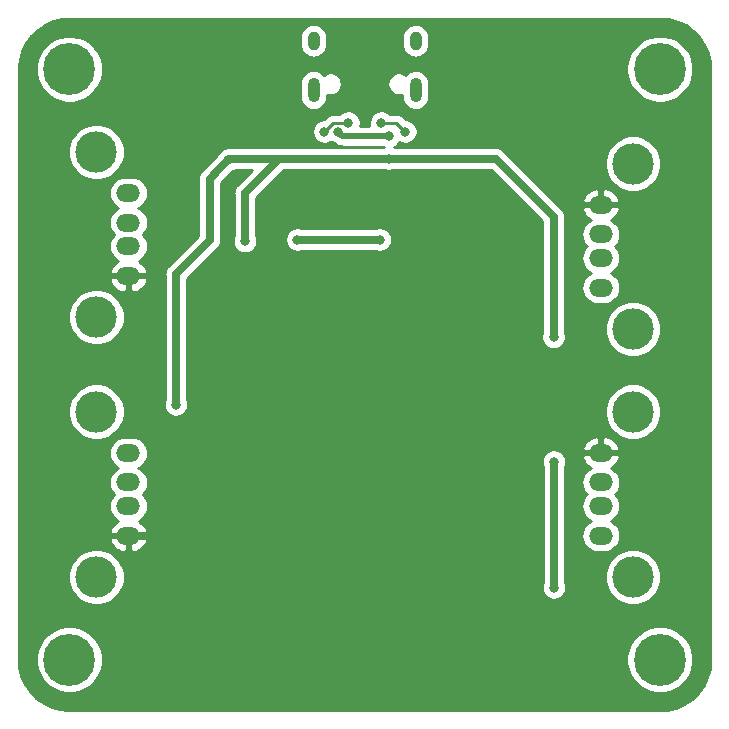
<source format=gbl>
G04 #@! TF.GenerationSoftware,KiCad,Pcbnew,(5.0.2)-1*
G04 #@! TF.CreationDate,2019-03-25T02:21:11-07:00*
G04 #@! TF.ProjectId,Orion,4f72696f-6e2e-46b6-9963-61645f706362,rev?*
G04 #@! TF.SameCoordinates,Original*
G04 #@! TF.FileFunction,Copper,L2,Bot*
G04 #@! TF.FilePolarity,Positive*
%FSLAX46Y46*%
G04 Gerber Fmt 4.6, Leading zero omitted, Abs format (unit mm)*
G04 Created by KiCad (PCBNEW (5.0.2)-1) date 3/25/2019 2:21:11 AM*
%MOMM*%
%LPD*%
G01*
G04 APERTURE LIST*
G04 #@! TA.AperFunction,ComponentPad*
%ADD10O,2.000000X1.500000*%
G04 #@! TD*
G04 #@! TA.AperFunction,ComponentPad*
%ADD11C,3.500000*%
G04 #@! TD*
G04 #@! TA.AperFunction,ComponentPad*
%ADD12O,1.000000X1.600000*%
G04 #@! TD*
G04 #@! TA.AperFunction,ComponentPad*
%ADD13O,1.000000X2.100000*%
G04 #@! TD*
G04 #@! TA.AperFunction,ComponentPad*
%ADD14C,4.400000*%
G04 #@! TD*
G04 #@! TA.AperFunction,ComponentPad*
%ADD15C,0.700000*%
G04 #@! TD*
G04 #@! TA.AperFunction,ViaPad*
%ADD16C,0.800000*%
G04 #@! TD*
G04 #@! TA.AperFunction,Conductor*
%ADD17C,0.381000*%
G04 #@! TD*
G04 #@! TA.AperFunction,Conductor*
%ADD18C,0.635000*%
G04 #@! TD*
G04 #@! TA.AperFunction,Conductor*
%ADD19C,0.508000*%
G04 #@! TD*
G04 #@! TA.AperFunction,Conductor*
%ADD20C,0.254000*%
G04 #@! TD*
G04 APERTURE END LIST*
D10*
G04 #@! TO.P,J1,1*
G04 #@! TO.N,Net-(F1-Pad2)*
X100000000Y-63500000D03*
D11*
G04 #@! TO.P,J1,5*
G04 #@! TO.N,GNDA*
X102710000Y-53000000D03*
D10*
G04 #@! TO.P,J1,2*
G04 #@! TO.N,D1-*
X100000000Y-61000000D03*
G04 #@! TO.P,J1,3*
G04 #@! TO.N,D1+*
X100000000Y-59000000D03*
G04 #@! TO.P,J1,4*
G04 #@! TO.N,GND*
X100000000Y-56500000D03*
D11*
G04 #@! TO.P,J1,5*
G04 #@! TO.N,GNDA*
X102710000Y-67000000D03*
G04 #@! TD*
G04 #@! TO.P,J2,5*
G04 #@! TO.N,GNDA*
X102710000Y-88000000D03*
D10*
G04 #@! TO.P,J2,4*
G04 #@! TO.N,GND*
X100000000Y-77500000D03*
G04 #@! TO.P,J2,3*
G04 #@! TO.N,D2+*
X100000000Y-80000000D03*
G04 #@! TO.P,J2,2*
G04 #@! TO.N,D2-*
X100000000Y-82000000D03*
D11*
G04 #@! TO.P,J2,5*
G04 #@! TO.N,GNDA*
X102710000Y-74000000D03*
D10*
G04 #@! TO.P,J2,1*
G04 #@! TO.N,Net-(F2-Pad2)*
X100000000Y-84500000D03*
G04 #@! TD*
G04 #@! TO.P,J3,1*
G04 #@! TO.N,Net-(F3-Pad2)*
X60000000Y-77500000D03*
D11*
G04 #@! TO.P,J3,5*
G04 #@! TO.N,GNDA*
X57290000Y-88000000D03*
D10*
G04 #@! TO.P,J3,2*
G04 #@! TO.N,D3-*
X60000000Y-80000000D03*
G04 #@! TO.P,J3,3*
G04 #@! TO.N,D3+*
X60000000Y-82000000D03*
G04 #@! TO.P,J3,4*
G04 #@! TO.N,GND*
X60000000Y-84500000D03*
D11*
G04 #@! TO.P,J3,5*
G04 #@! TO.N,GNDA*
X57290000Y-74000000D03*
G04 #@! TD*
G04 #@! TO.P,J4,5*
G04 #@! TO.N,GNDA*
X57290000Y-52000000D03*
D10*
G04 #@! TO.P,J4,4*
G04 #@! TO.N,GND*
X60000000Y-62500000D03*
G04 #@! TO.P,J4,3*
G04 #@! TO.N,D4+*
X60000000Y-60000000D03*
G04 #@! TO.P,J4,2*
G04 #@! TO.N,D4-*
X60000000Y-58000000D03*
D11*
G04 #@! TO.P,J4,5*
G04 #@! TO.N,GNDA*
X57290000Y-66000000D03*
D10*
G04 #@! TO.P,J4,1*
G04 #@! TO.N,Net-(F4-Pad2)*
X60000000Y-55500000D03*
G04 #@! TD*
D12*
G04 #@! TO.P,USB1,13*
G04 #@! TO.N,GNDA*
X75680000Y-42600000D03*
X84320000Y-42600000D03*
D13*
X75680000Y-46780000D03*
X84320000Y-46780000D03*
G04 #@! TD*
D14*
G04 #@! TO.P,MH1,1*
G04 #@! TO.N,GNDA*
X55000000Y-45000000D03*
D15*
X56650000Y-45000000D03*
X56166726Y-46166726D03*
X55000000Y-46650000D03*
X53833274Y-46166726D03*
X53350000Y-45000000D03*
X53833274Y-43833274D03*
X55000000Y-43350000D03*
X56166726Y-43833274D03*
G04 #@! TD*
G04 #@! TO.P,MH2,1*
G04 #@! TO.N,GNDA*
X106166726Y-43833274D03*
X105000000Y-43350000D03*
X103833274Y-43833274D03*
X103350000Y-45000000D03*
X103833274Y-46166726D03*
X105000000Y-46650000D03*
X106166726Y-46166726D03*
X106650000Y-45000000D03*
D14*
X105000000Y-45000000D03*
G04 #@! TD*
G04 #@! TO.P,MH3,1*
G04 #@! TO.N,GNDA*
X55000000Y-95000000D03*
D15*
X56650000Y-95000000D03*
X56166726Y-96166726D03*
X55000000Y-96650000D03*
X53833274Y-96166726D03*
X53350000Y-95000000D03*
X53833274Y-93833274D03*
X55000000Y-93350000D03*
X56166726Y-93833274D03*
G04 #@! TD*
G04 #@! TO.P,MH4,1*
G04 #@! TO.N,GNDA*
X106166726Y-93833274D03*
X105000000Y-93350000D03*
X103833274Y-93833274D03*
X103350000Y-95000000D03*
X103833274Y-96166726D03*
X105000000Y-96650000D03*
X106166726Y-96166726D03*
X106650000Y-95000000D03*
D14*
X105000000Y-95000000D03*
G04 #@! TD*
D16*
G04 #@! TO.N,GND*
X74500000Y-50500000D03*
X75565000Y-64262000D03*
X73787000Y-54102000D03*
X84709000Y-49022000D03*
X70000000Y-85000000D03*
X75000000Y-85000000D03*
X80000000Y-85000000D03*
X85000000Y-85000000D03*
X90000000Y-85000000D03*
X70000000Y-90000000D03*
X75000000Y-90000000D03*
X80000000Y-90000000D03*
X85000000Y-90000000D03*
X90000000Y-90000000D03*
X70000000Y-95000000D03*
X75000000Y-95000000D03*
X80000000Y-95000000D03*
X85000000Y-95000000D03*
X90000000Y-95000000D03*
X93500000Y-78000000D03*
X89000000Y-78000000D03*
X84000000Y-78000000D03*
X65500000Y-79000000D03*
X70500000Y-79000000D03*
X75500000Y-79000000D03*
X90500000Y-55500000D03*
X90500000Y-60500000D03*
X90500000Y-65500000D03*
X90500000Y-70500000D03*
X69000000Y-73000000D03*
X69000000Y-68000000D03*
X69000000Y-63000000D03*
X73500000Y-75000000D03*
X98500000Y-45500000D03*
X93500000Y-45500000D03*
X98500000Y-50500000D03*
X61500000Y-45500000D03*
X66500000Y-45500000D03*
X61500000Y-50500000D03*
X85500000Y-60500000D03*
X85500000Y-55500000D03*
X97790000Y-72390000D03*
G04 #@! TO.N,+5V*
X77724000Y-50292000D03*
X82042000Y-50673000D03*
X81280000Y-59436000D03*
X74295000Y-59436000D03*
X82042000Y-52578000D03*
X69850000Y-59563000D03*
X64008000Y-73406000D03*
X68453000Y-52705000D03*
X96012000Y-78232000D03*
X96012000Y-88900000D03*
X96000000Y-67691000D03*
G04 #@! TO.N,Net-(R2-Pad2)*
X78613000Y-49530000D03*
X76581000Y-50292000D03*
G04 #@! TO.N,Net-(R3-Pad2)*
X81407000Y-49530000D03*
X83439000Y-50292000D03*
G04 #@! TD*
D17*
G04 #@! TO.N,GND*
X100000000Y-77500000D02*
X97000000Y-77500000D01*
X60000000Y-62500000D02*
X62500000Y-62500000D01*
X61500000Y-84500000D02*
X60000000Y-84500000D01*
X62500000Y-83500000D02*
X61500000Y-84500000D01*
X75565000Y-64262000D02*
X75565000Y-63119000D01*
X75565000Y-63119000D02*
X73025000Y-60579000D01*
X73025000Y-60579000D02*
X73025000Y-54864000D01*
X73025000Y-54864000D02*
X73787000Y-54102000D01*
X68500000Y-50500000D02*
X74500000Y-50500000D01*
X62500000Y-62500000D02*
X62500000Y-56500000D01*
X62500000Y-56500000D02*
X68500000Y-50500000D01*
X74500000Y-50500000D02*
X74500000Y-50468000D01*
X74500000Y-50468000D02*
X76708000Y-48260000D01*
X76708000Y-48260000D02*
X83185000Y-48260000D01*
X83185000Y-48260000D02*
X83947000Y-49022000D01*
X83947000Y-49022000D02*
X84709000Y-49022000D01*
D18*
X60000000Y-84500000D02*
X69500000Y-84500000D01*
X69500000Y-84500000D02*
X70000000Y-85000000D01*
X75000000Y-85000000D02*
X80000000Y-85000000D01*
X85000000Y-85000000D02*
X90000000Y-85000000D01*
X70000000Y-90000000D02*
X75000000Y-90000000D01*
X80000000Y-90000000D02*
X85000000Y-90000000D01*
X70000000Y-90000000D02*
X70000000Y-95000000D01*
X75000000Y-95000000D02*
X80000000Y-95000000D01*
X85000000Y-95000000D02*
X90000000Y-95000000D01*
X95000000Y-76500000D02*
X93500000Y-78000000D01*
X96000000Y-76500000D02*
X95000000Y-76500000D01*
D17*
X97000000Y-77500000D02*
X96000000Y-76500000D01*
D18*
X89000000Y-78000000D02*
X84000000Y-78000000D01*
X62500000Y-79000000D02*
X65500000Y-79000000D01*
D17*
X62500000Y-79000000D02*
X62500000Y-83500000D01*
X62500000Y-62500000D02*
X62500000Y-79000000D01*
D18*
X70500000Y-79000000D02*
X75500000Y-79000000D01*
X90500000Y-55500000D02*
X90500000Y-60500000D01*
X90500000Y-65500000D02*
X90500000Y-70500000D01*
X90500000Y-72000000D02*
X95000000Y-76500000D01*
X90500000Y-70500000D02*
X90500000Y-72000000D01*
X70500000Y-79000000D02*
X70500000Y-74500000D01*
X70500000Y-74500000D02*
X69000000Y-73000000D01*
X69000000Y-68000000D02*
X69000000Y-63000000D01*
X75500000Y-79000000D02*
X75500000Y-77000000D01*
X75500000Y-77000000D02*
X73500000Y-75000000D01*
X98500000Y-45500000D02*
X93500000Y-45500000D01*
X68500000Y-50500000D02*
X66500000Y-50500000D01*
X66500000Y-50500000D02*
X61500000Y-45500000D01*
X61500000Y-45500000D02*
X61500000Y-50500000D01*
D19*
X96000000Y-76500000D02*
X96000000Y-74180000D01*
X96000000Y-74180000D02*
X97790000Y-72390000D01*
X100000000Y-56500000D02*
X97648000Y-56500000D01*
X90170000Y-49022000D02*
X84709000Y-49022000D01*
X97648000Y-56500000D02*
X90170000Y-49022000D01*
G04 #@! TO.N,+5V*
X77724000Y-50292000D02*
X78105000Y-50673000D01*
X78105000Y-50673000D02*
X82042000Y-50673000D01*
D18*
X64008000Y-73406000D02*
X64008000Y-62357000D01*
X68580000Y-52578000D02*
X68453000Y-52705000D01*
X72771000Y-52578000D02*
X68580000Y-52578000D01*
X69850000Y-55499000D02*
X72771000Y-52578000D01*
X69850000Y-59563000D02*
X69850000Y-55499000D01*
X72771000Y-52578000D02*
X82042000Y-52578000D01*
X96012000Y-78232000D02*
X96012000Y-88900000D01*
X96000000Y-57500000D02*
X96000000Y-67691000D01*
X91078000Y-52578000D02*
X96000000Y-57500000D01*
X82042000Y-52578000D02*
X91078000Y-52578000D01*
X66865000Y-54293000D02*
X67658000Y-53500000D01*
X66865000Y-59500000D02*
X66865000Y-54293000D01*
X67658000Y-53500000D02*
X68453000Y-52705000D01*
X64008000Y-62357000D02*
X66865000Y-59500000D01*
X74295000Y-59436000D02*
X81280000Y-59436000D01*
D20*
G04 #@! TO.N,Net-(R2-Pad2)*
X77343000Y-49530000D02*
X76581000Y-50292000D01*
X78613000Y-49530000D02*
X77343000Y-49530000D01*
G04 #@! TO.N,Net-(R3-Pad2)*
X82677000Y-49530000D02*
X83439000Y-50292000D01*
X81407000Y-49530000D02*
X82677000Y-49530000D01*
G04 #@! TD*
G04 #@! TO.N,GND*
G36*
X54855915Y-40724365D02*
X54963895Y-40735000D01*
X105036105Y-40735000D01*
X105137075Y-40725055D01*
X105759192Y-40780578D01*
X106494389Y-40981705D01*
X107182351Y-41309846D01*
X107801331Y-41754628D01*
X108331761Y-42301988D01*
X108756884Y-42934639D01*
X109063251Y-43632561D01*
X109242499Y-44379183D01*
X109277143Y-44850946D01*
X109275635Y-44855916D01*
X109265000Y-44963896D01*
X109265001Y-95036105D01*
X109274945Y-95137069D01*
X109219422Y-95759193D01*
X109018295Y-96494389D01*
X108690152Y-97182355D01*
X108245374Y-97801328D01*
X107698012Y-98331761D01*
X107065362Y-98756883D01*
X106367439Y-99063251D01*
X105620819Y-99242499D01*
X105149055Y-99277143D01*
X105144085Y-99275635D01*
X105036105Y-99265000D01*
X54963895Y-99265000D01*
X54862925Y-99274945D01*
X54240807Y-99219422D01*
X53505611Y-99018295D01*
X52817645Y-98690152D01*
X52198672Y-98245374D01*
X51668239Y-97698012D01*
X51243117Y-97065362D01*
X50936749Y-96367439D01*
X50757501Y-95620819D01*
X50722857Y-95149055D01*
X50724365Y-95144085D01*
X50735000Y-95036105D01*
X50735000Y-94720777D01*
X52165000Y-94720777D01*
X52165000Y-95279223D01*
X52273948Y-95826939D01*
X52487656Y-96342876D01*
X52797912Y-96807207D01*
X53192793Y-97202088D01*
X53657124Y-97512344D01*
X54173061Y-97726052D01*
X54720777Y-97835000D01*
X55279223Y-97835000D01*
X55826939Y-97726052D01*
X56342876Y-97512344D01*
X56807207Y-97202088D01*
X57202088Y-96807207D01*
X57512344Y-96342876D01*
X57726052Y-95826939D01*
X57835000Y-95279223D01*
X57835000Y-94720777D01*
X102165000Y-94720777D01*
X102165000Y-95279223D01*
X102273948Y-95826939D01*
X102487656Y-96342876D01*
X102797912Y-96807207D01*
X103192793Y-97202088D01*
X103657124Y-97512344D01*
X104173061Y-97726052D01*
X104720777Y-97835000D01*
X105279223Y-97835000D01*
X105826939Y-97726052D01*
X106342876Y-97512344D01*
X106807207Y-97202088D01*
X107202088Y-96807207D01*
X107512344Y-96342876D01*
X107726052Y-95826939D01*
X107835000Y-95279223D01*
X107835000Y-94720777D01*
X107726052Y-94173061D01*
X107512344Y-93657124D01*
X107202088Y-93192793D01*
X106807207Y-92797912D01*
X106342876Y-92487656D01*
X105826939Y-92273948D01*
X105279223Y-92165000D01*
X104720777Y-92165000D01*
X104173061Y-92273948D01*
X103657124Y-92487656D01*
X103192793Y-92797912D01*
X102797912Y-93192793D01*
X102487656Y-93657124D01*
X102273948Y-94173061D01*
X102165000Y-94720777D01*
X57835000Y-94720777D01*
X57726052Y-94173061D01*
X57512344Y-93657124D01*
X57202088Y-93192793D01*
X56807207Y-92797912D01*
X56342876Y-92487656D01*
X55826939Y-92273948D01*
X55279223Y-92165000D01*
X54720777Y-92165000D01*
X54173061Y-92273948D01*
X53657124Y-92487656D01*
X53192793Y-92797912D01*
X52797912Y-93192793D01*
X52487656Y-93657124D01*
X52273948Y-94173061D01*
X52165000Y-94720777D01*
X50735000Y-94720777D01*
X50735000Y-87765098D01*
X54905000Y-87765098D01*
X54905000Y-88234902D01*
X54996654Y-88695679D01*
X55176440Y-89129721D01*
X55437450Y-89520349D01*
X55769651Y-89852550D01*
X56160279Y-90113560D01*
X56594321Y-90293346D01*
X57055098Y-90385000D01*
X57524902Y-90385000D01*
X57985679Y-90293346D01*
X58419721Y-90113560D01*
X58810349Y-89852550D01*
X59142550Y-89520349D01*
X59403560Y-89129721D01*
X59583346Y-88695679D01*
X59675000Y-88234902D01*
X59675000Y-87765098D01*
X59583346Y-87304321D01*
X59403560Y-86870279D01*
X59142550Y-86479651D01*
X58810349Y-86147450D01*
X58419721Y-85886440D01*
X57985679Y-85706654D01*
X57524902Y-85615000D01*
X57055098Y-85615000D01*
X56594321Y-85706654D01*
X56160279Y-85886440D01*
X55769651Y-86147450D01*
X55437450Y-86479651D01*
X55176440Y-86870279D01*
X54996654Y-87304321D01*
X54905000Y-87765098D01*
X50735000Y-87765098D01*
X50735000Y-84841185D01*
X58407682Y-84841185D01*
X58426513Y-84944236D01*
X58538610Y-85193900D01*
X58697260Y-85416897D01*
X58896366Y-85604658D01*
X59128276Y-85749968D01*
X59384079Y-85847243D01*
X59653944Y-85892744D01*
X59873000Y-85731873D01*
X59873000Y-84627000D01*
X60127000Y-84627000D01*
X60127000Y-85731873D01*
X60346056Y-85892744D01*
X60615921Y-85847243D01*
X60871724Y-85749968D01*
X61103634Y-85604658D01*
X61302740Y-85416897D01*
X61461390Y-85193900D01*
X61573487Y-84944236D01*
X61592318Y-84841185D01*
X61469656Y-84627000D01*
X60127000Y-84627000D01*
X59873000Y-84627000D01*
X58530344Y-84627000D01*
X58407682Y-84841185D01*
X50735000Y-84841185D01*
X50735000Y-77500000D01*
X58358299Y-77500000D01*
X58385040Y-77771507D01*
X58464236Y-78032581D01*
X58592843Y-78273188D01*
X58765919Y-78484081D01*
X58976812Y-78657157D01*
X59150509Y-78750000D01*
X58976812Y-78842843D01*
X58765919Y-79015919D01*
X58592843Y-79226812D01*
X58464236Y-79467419D01*
X58385040Y-79728493D01*
X58358299Y-80000000D01*
X58385040Y-80271507D01*
X58464236Y-80532581D01*
X58592843Y-80773188D01*
X58765919Y-80984081D01*
X58785316Y-81000000D01*
X58765919Y-81015919D01*
X58592843Y-81226812D01*
X58464236Y-81467419D01*
X58385040Y-81728493D01*
X58358299Y-82000000D01*
X58385040Y-82271507D01*
X58464236Y-82532581D01*
X58592843Y-82773188D01*
X58765919Y-82984081D01*
X58976812Y-83157157D01*
X59141302Y-83245079D01*
X59128276Y-83250032D01*
X58896366Y-83395342D01*
X58697260Y-83583103D01*
X58538610Y-83806100D01*
X58426513Y-84055764D01*
X58407682Y-84158815D01*
X58530344Y-84373000D01*
X59873000Y-84373000D01*
X59873000Y-84353000D01*
X60127000Y-84353000D01*
X60127000Y-84373000D01*
X61469656Y-84373000D01*
X61592318Y-84158815D01*
X61573487Y-84055764D01*
X61461390Y-83806100D01*
X61302740Y-83583103D01*
X61103634Y-83395342D01*
X60871724Y-83250032D01*
X60858698Y-83245079D01*
X61023188Y-83157157D01*
X61234081Y-82984081D01*
X61407157Y-82773188D01*
X61535764Y-82532581D01*
X61614960Y-82271507D01*
X61641701Y-82000000D01*
X61614960Y-81728493D01*
X61535764Y-81467419D01*
X61407157Y-81226812D01*
X61234081Y-81015919D01*
X61214684Y-81000000D01*
X61234081Y-80984081D01*
X61407157Y-80773188D01*
X61535764Y-80532581D01*
X61614960Y-80271507D01*
X61641701Y-80000000D01*
X61614960Y-79728493D01*
X61535764Y-79467419D01*
X61407157Y-79226812D01*
X61234081Y-79015919D01*
X61023188Y-78842843D01*
X60849491Y-78750000D01*
X61023188Y-78657157D01*
X61234081Y-78484081D01*
X61407157Y-78273188D01*
X61483659Y-78130061D01*
X94977000Y-78130061D01*
X94977000Y-78333939D01*
X95016774Y-78533898D01*
X95059500Y-78637047D01*
X95059501Y-88494951D01*
X95016774Y-88598102D01*
X94977000Y-88798061D01*
X94977000Y-89001939D01*
X95016774Y-89201898D01*
X95094795Y-89390256D01*
X95208063Y-89559774D01*
X95352226Y-89703937D01*
X95521744Y-89817205D01*
X95710102Y-89895226D01*
X95910061Y-89935000D01*
X96113939Y-89935000D01*
X96313898Y-89895226D01*
X96502256Y-89817205D01*
X96671774Y-89703937D01*
X96815937Y-89559774D01*
X96929205Y-89390256D01*
X97007226Y-89201898D01*
X97047000Y-89001939D01*
X97047000Y-88798061D01*
X97007226Y-88598102D01*
X96964500Y-88494953D01*
X96964500Y-87765098D01*
X100325000Y-87765098D01*
X100325000Y-88234902D01*
X100416654Y-88695679D01*
X100596440Y-89129721D01*
X100857450Y-89520349D01*
X101189651Y-89852550D01*
X101580279Y-90113560D01*
X102014321Y-90293346D01*
X102475098Y-90385000D01*
X102944902Y-90385000D01*
X103405679Y-90293346D01*
X103839721Y-90113560D01*
X104230349Y-89852550D01*
X104562550Y-89520349D01*
X104823560Y-89129721D01*
X105003346Y-88695679D01*
X105095000Y-88234902D01*
X105095000Y-87765098D01*
X105003346Y-87304321D01*
X104823560Y-86870279D01*
X104562550Y-86479651D01*
X104230349Y-86147450D01*
X103839721Y-85886440D01*
X103405679Y-85706654D01*
X102944902Y-85615000D01*
X102475098Y-85615000D01*
X102014321Y-85706654D01*
X101580279Y-85886440D01*
X101189651Y-86147450D01*
X100857450Y-86479651D01*
X100596440Y-86870279D01*
X100416654Y-87304321D01*
X100325000Y-87765098D01*
X96964500Y-87765098D01*
X96964500Y-80000000D01*
X98358299Y-80000000D01*
X98385040Y-80271507D01*
X98464236Y-80532581D01*
X98592843Y-80773188D01*
X98765919Y-80984081D01*
X98785316Y-81000000D01*
X98765919Y-81015919D01*
X98592843Y-81226812D01*
X98464236Y-81467419D01*
X98385040Y-81728493D01*
X98358299Y-82000000D01*
X98385040Y-82271507D01*
X98464236Y-82532581D01*
X98592843Y-82773188D01*
X98765919Y-82984081D01*
X98976812Y-83157157D01*
X99150509Y-83250000D01*
X98976812Y-83342843D01*
X98765919Y-83515919D01*
X98592843Y-83726812D01*
X98464236Y-83967419D01*
X98385040Y-84228493D01*
X98358299Y-84500000D01*
X98385040Y-84771507D01*
X98464236Y-85032581D01*
X98592843Y-85273188D01*
X98765919Y-85484081D01*
X98976812Y-85657157D01*
X99217419Y-85785764D01*
X99478493Y-85864960D01*
X99681963Y-85885000D01*
X100318037Y-85885000D01*
X100521507Y-85864960D01*
X100782581Y-85785764D01*
X101023188Y-85657157D01*
X101234081Y-85484081D01*
X101407157Y-85273188D01*
X101535764Y-85032581D01*
X101614960Y-84771507D01*
X101641701Y-84500000D01*
X101614960Y-84228493D01*
X101535764Y-83967419D01*
X101407157Y-83726812D01*
X101234081Y-83515919D01*
X101023188Y-83342843D01*
X100849491Y-83250000D01*
X101023188Y-83157157D01*
X101234081Y-82984081D01*
X101407157Y-82773188D01*
X101535764Y-82532581D01*
X101614960Y-82271507D01*
X101641701Y-82000000D01*
X101614960Y-81728493D01*
X101535764Y-81467419D01*
X101407157Y-81226812D01*
X101234081Y-81015919D01*
X101214684Y-81000000D01*
X101234081Y-80984081D01*
X101407157Y-80773188D01*
X101535764Y-80532581D01*
X101614960Y-80271507D01*
X101641701Y-80000000D01*
X101614960Y-79728493D01*
X101535764Y-79467419D01*
X101407157Y-79226812D01*
X101234081Y-79015919D01*
X101023188Y-78842843D01*
X100858698Y-78754921D01*
X100871724Y-78749968D01*
X101103634Y-78604658D01*
X101302740Y-78416897D01*
X101461390Y-78193900D01*
X101573487Y-77944236D01*
X101592318Y-77841185D01*
X101469656Y-77627000D01*
X100127000Y-77627000D01*
X100127000Y-77647000D01*
X99873000Y-77647000D01*
X99873000Y-77627000D01*
X98530344Y-77627000D01*
X98407682Y-77841185D01*
X98426513Y-77944236D01*
X98538610Y-78193900D01*
X98697260Y-78416897D01*
X98896366Y-78604658D01*
X99128276Y-78749968D01*
X99141302Y-78754921D01*
X98976812Y-78842843D01*
X98765919Y-79015919D01*
X98592843Y-79226812D01*
X98464236Y-79467419D01*
X98385040Y-79728493D01*
X98358299Y-80000000D01*
X96964500Y-80000000D01*
X96964500Y-78637047D01*
X97007226Y-78533898D01*
X97047000Y-78333939D01*
X97047000Y-78130061D01*
X97007226Y-77930102D01*
X96929205Y-77741744D01*
X96815937Y-77572226D01*
X96671774Y-77428063D01*
X96502256Y-77314795D01*
X96313898Y-77236774D01*
X96113939Y-77197000D01*
X95910061Y-77197000D01*
X95710102Y-77236774D01*
X95521744Y-77314795D01*
X95352226Y-77428063D01*
X95208063Y-77572226D01*
X95094795Y-77741744D01*
X95016774Y-77930102D01*
X94977000Y-78130061D01*
X61483659Y-78130061D01*
X61535764Y-78032581D01*
X61614960Y-77771507D01*
X61641701Y-77500000D01*
X61614960Y-77228493D01*
X61593824Y-77158815D01*
X98407682Y-77158815D01*
X98530344Y-77373000D01*
X99873000Y-77373000D01*
X99873000Y-76268127D01*
X100127000Y-76268127D01*
X100127000Y-77373000D01*
X101469656Y-77373000D01*
X101592318Y-77158815D01*
X101573487Y-77055764D01*
X101461390Y-76806100D01*
X101302740Y-76583103D01*
X101103634Y-76395342D01*
X100871724Y-76250032D01*
X100615921Y-76152757D01*
X100346056Y-76107256D01*
X100127000Y-76268127D01*
X99873000Y-76268127D01*
X99653944Y-76107256D01*
X99384079Y-76152757D01*
X99128276Y-76250032D01*
X98896366Y-76395342D01*
X98697260Y-76583103D01*
X98538610Y-76806100D01*
X98426513Y-77055764D01*
X98407682Y-77158815D01*
X61593824Y-77158815D01*
X61535764Y-76967419D01*
X61407157Y-76726812D01*
X61234081Y-76515919D01*
X61023188Y-76342843D01*
X60782581Y-76214236D01*
X60521507Y-76135040D01*
X60318037Y-76115000D01*
X59681963Y-76115000D01*
X59478493Y-76135040D01*
X59217419Y-76214236D01*
X58976812Y-76342843D01*
X58765919Y-76515919D01*
X58592843Y-76726812D01*
X58464236Y-76967419D01*
X58385040Y-77228493D01*
X58358299Y-77500000D01*
X50735000Y-77500000D01*
X50735000Y-73765098D01*
X54905000Y-73765098D01*
X54905000Y-74234902D01*
X54996654Y-74695679D01*
X55176440Y-75129721D01*
X55437450Y-75520349D01*
X55769651Y-75852550D01*
X56160279Y-76113560D01*
X56594321Y-76293346D01*
X57055098Y-76385000D01*
X57524902Y-76385000D01*
X57985679Y-76293346D01*
X58419721Y-76113560D01*
X58810349Y-75852550D01*
X59142550Y-75520349D01*
X59403560Y-75129721D01*
X59583346Y-74695679D01*
X59675000Y-74234902D01*
X59675000Y-73765098D01*
X59583346Y-73304321D01*
X59583239Y-73304061D01*
X62973000Y-73304061D01*
X62973000Y-73507939D01*
X63012774Y-73707898D01*
X63090795Y-73896256D01*
X63204063Y-74065774D01*
X63348226Y-74209937D01*
X63517744Y-74323205D01*
X63706102Y-74401226D01*
X63906061Y-74441000D01*
X64109939Y-74441000D01*
X64309898Y-74401226D01*
X64498256Y-74323205D01*
X64667774Y-74209937D01*
X64811937Y-74065774D01*
X64925205Y-73896256D01*
X64979532Y-73765098D01*
X100325000Y-73765098D01*
X100325000Y-74234902D01*
X100416654Y-74695679D01*
X100596440Y-75129721D01*
X100857450Y-75520349D01*
X101189651Y-75852550D01*
X101580279Y-76113560D01*
X102014321Y-76293346D01*
X102475098Y-76385000D01*
X102944902Y-76385000D01*
X103405679Y-76293346D01*
X103839721Y-76113560D01*
X104230349Y-75852550D01*
X104562550Y-75520349D01*
X104823560Y-75129721D01*
X105003346Y-74695679D01*
X105095000Y-74234902D01*
X105095000Y-73765098D01*
X105003346Y-73304321D01*
X104823560Y-72870279D01*
X104562550Y-72479651D01*
X104230349Y-72147450D01*
X103839721Y-71886440D01*
X103405679Y-71706654D01*
X102944902Y-71615000D01*
X102475098Y-71615000D01*
X102014321Y-71706654D01*
X101580279Y-71886440D01*
X101189651Y-72147450D01*
X100857450Y-72479651D01*
X100596440Y-72870279D01*
X100416654Y-73304321D01*
X100325000Y-73765098D01*
X64979532Y-73765098D01*
X65003226Y-73707898D01*
X65043000Y-73507939D01*
X65043000Y-73304061D01*
X65003226Y-73104102D01*
X64960500Y-73000953D01*
X64960500Y-62751538D01*
X67505436Y-60206603D01*
X67541778Y-60176778D01*
X67660806Y-60031741D01*
X67749252Y-59866269D01*
X67803717Y-59686723D01*
X67817500Y-59546785D01*
X67817500Y-59546784D01*
X67822108Y-59500001D01*
X67817500Y-59453216D01*
X67817500Y-54687538D01*
X68364600Y-54140438D01*
X68840108Y-53664931D01*
X68943256Y-53622205D01*
X69080503Y-53530500D01*
X70471462Y-53530500D01*
X69209564Y-54792398D01*
X69173223Y-54822222D01*
X69143399Y-54858563D01*
X69054194Y-54967260D01*
X68965749Y-55132731D01*
X68911283Y-55312278D01*
X68892892Y-55499000D01*
X68897501Y-55545794D01*
X68897500Y-59157953D01*
X68854774Y-59261102D01*
X68815000Y-59461061D01*
X68815000Y-59664939D01*
X68854774Y-59864898D01*
X68932795Y-60053256D01*
X69046063Y-60222774D01*
X69190226Y-60366937D01*
X69359744Y-60480205D01*
X69548102Y-60558226D01*
X69748061Y-60598000D01*
X69951939Y-60598000D01*
X70151898Y-60558226D01*
X70340256Y-60480205D01*
X70509774Y-60366937D01*
X70653937Y-60222774D01*
X70767205Y-60053256D01*
X70845226Y-59864898D01*
X70885000Y-59664939D01*
X70885000Y-59461061D01*
X70859739Y-59334061D01*
X73260000Y-59334061D01*
X73260000Y-59537939D01*
X73299774Y-59737898D01*
X73377795Y-59926256D01*
X73491063Y-60095774D01*
X73635226Y-60239937D01*
X73804744Y-60353205D01*
X73993102Y-60431226D01*
X74193061Y-60471000D01*
X74396939Y-60471000D01*
X74596898Y-60431226D01*
X74700047Y-60388500D01*
X80874953Y-60388500D01*
X80978102Y-60431226D01*
X81178061Y-60471000D01*
X81381939Y-60471000D01*
X81581898Y-60431226D01*
X81770256Y-60353205D01*
X81939774Y-60239937D01*
X82083937Y-60095774D01*
X82197205Y-59926256D01*
X82275226Y-59737898D01*
X82315000Y-59537939D01*
X82315000Y-59334061D01*
X82275226Y-59134102D01*
X82197205Y-58945744D01*
X82083937Y-58776226D01*
X81939774Y-58632063D01*
X81770256Y-58518795D01*
X81581898Y-58440774D01*
X81381939Y-58401000D01*
X81178061Y-58401000D01*
X80978102Y-58440774D01*
X80874953Y-58483500D01*
X74700047Y-58483500D01*
X74596898Y-58440774D01*
X74396939Y-58401000D01*
X74193061Y-58401000D01*
X73993102Y-58440774D01*
X73804744Y-58518795D01*
X73635226Y-58632063D01*
X73491063Y-58776226D01*
X73377795Y-58945744D01*
X73299774Y-59134102D01*
X73260000Y-59334061D01*
X70859739Y-59334061D01*
X70845226Y-59261102D01*
X70802500Y-59157953D01*
X70802500Y-55893538D01*
X73165539Y-53530500D01*
X81636953Y-53530500D01*
X81740102Y-53573226D01*
X81940061Y-53613000D01*
X82143939Y-53613000D01*
X82343898Y-53573226D01*
X82447047Y-53530500D01*
X90683462Y-53530500D01*
X95047500Y-57894539D01*
X95047501Y-67285951D01*
X95004774Y-67389102D01*
X94965000Y-67589061D01*
X94965000Y-67792939D01*
X95004774Y-67992898D01*
X95082795Y-68181256D01*
X95196063Y-68350774D01*
X95340226Y-68494937D01*
X95509744Y-68608205D01*
X95698102Y-68686226D01*
X95898061Y-68726000D01*
X96101939Y-68726000D01*
X96301898Y-68686226D01*
X96490256Y-68608205D01*
X96659774Y-68494937D01*
X96803937Y-68350774D01*
X96917205Y-68181256D01*
X96995226Y-67992898D01*
X97035000Y-67792939D01*
X97035000Y-67589061D01*
X96995226Y-67389102D01*
X96952500Y-67285953D01*
X96952500Y-66765098D01*
X100325000Y-66765098D01*
X100325000Y-67234902D01*
X100416654Y-67695679D01*
X100596440Y-68129721D01*
X100857450Y-68520349D01*
X101189651Y-68852550D01*
X101580279Y-69113560D01*
X102014321Y-69293346D01*
X102475098Y-69385000D01*
X102944902Y-69385000D01*
X103405679Y-69293346D01*
X103839721Y-69113560D01*
X104230349Y-68852550D01*
X104562550Y-68520349D01*
X104823560Y-68129721D01*
X105003346Y-67695679D01*
X105095000Y-67234902D01*
X105095000Y-66765098D01*
X105003346Y-66304321D01*
X104823560Y-65870279D01*
X104562550Y-65479651D01*
X104230349Y-65147450D01*
X103839721Y-64886440D01*
X103405679Y-64706654D01*
X102944902Y-64615000D01*
X102475098Y-64615000D01*
X102014321Y-64706654D01*
X101580279Y-64886440D01*
X101189651Y-65147450D01*
X100857450Y-65479651D01*
X100596440Y-65870279D01*
X100416654Y-66304321D01*
X100325000Y-66765098D01*
X96952500Y-66765098D01*
X96952500Y-59000000D01*
X98358299Y-59000000D01*
X98385040Y-59271507D01*
X98464236Y-59532581D01*
X98592843Y-59773188D01*
X98765919Y-59984081D01*
X98785316Y-60000000D01*
X98765919Y-60015919D01*
X98592843Y-60226812D01*
X98464236Y-60467419D01*
X98385040Y-60728493D01*
X98358299Y-61000000D01*
X98385040Y-61271507D01*
X98464236Y-61532581D01*
X98592843Y-61773188D01*
X98765919Y-61984081D01*
X98976812Y-62157157D01*
X99150509Y-62250000D01*
X98976812Y-62342843D01*
X98765919Y-62515919D01*
X98592843Y-62726812D01*
X98464236Y-62967419D01*
X98385040Y-63228493D01*
X98358299Y-63500000D01*
X98385040Y-63771507D01*
X98464236Y-64032581D01*
X98592843Y-64273188D01*
X98765919Y-64484081D01*
X98976812Y-64657157D01*
X99217419Y-64785764D01*
X99478493Y-64864960D01*
X99681963Y-64885000D01*
X100318037Y-64885000D01*
X100521507Y-64864960D01*
X100782581Y-64785764D01*
X101023188Y-64657157D01*
X101234081Y-64484081D01*
X101407157Y-64273188D01*
X101535764Y-64032581D01*
X101614960Y-63771507D01*
X101641701Y-63500000D01*
X101614960Y-63228493D01*
X101535764Y-62967419D01*
X101407157Y-62726812D01*
X101234081Y-62515919D01*
X101023188Y-62342843D01*
X100849491Y-62250000D01*
X101023188Y-62157157D01*
X101234081Y-61984081D01*
X101407157Y-61773188D01*
X101535764Y-61532581D01*
X101614960Y-61271507D01*
X101641701Y-61000000D01*
X101614960Y-60728493D01*
X101535764Y-60467419D01*
X101407157Y-60226812D01*
X101234081Y-60015919D01*
X101214684Y-60000000D01*
X101234081Y-59984081D01*
X101407157Y-59773188D01*
X101535764Y-59532581D01*
X101614960Y-59271507D01*
X101641701Y-59000000D01*
X101614960Y-58728493D01*
X101535764Y-58467419D01*
X101407157Y-58226812D01*
X101234081Y-58015919D01*
X101023188Y-57842843D01*
X100858698Y-57754921D01*
X100871724Y-57749968D01*
X101103634Y-57604658D01*
X101302740Y-57416897D01*
X101461390Y-57193900D01*
X101573487Y-56944236D01*
X101592318Y-56841185D01*
X101469656Y-56627000D01*
X100127000Y-56627000D01*
X100127000Y-56647000D01*
X99873000Y-56647000D01*
X99873000Y-56627000D01*
X98530344Y-56627000D01*
X98407682Y-56841185D01*
X98426513Y-56944236D01*
X98538610Y-57193900D01*
X98697260Y-57416897D01*
X98896366Y-57604658D01*
X99128276Y-57749968D01*
X99141302Y-57754921D01*
X98976812Y-57842843D01*
X98765919Y-58015919D01*
X98592843Y-58226812D01*
X98464236Y-58467419D01*
X98385040Y-58728493D01*
X98358299Y-59000000D01*
X96952500Y-59000000D01*
X96952500Y-57546784D01*
X96957108Y-57499999D01*
X96938717Y-57313277D01*
X96884252Y-57133732D01*
X96884252Y-57133731D01*
X96795806Y-56968259D01*
X96676778Y-56823222D01*
X96640436Y-56793397D01*
X96005854Y-56158815D01*
X98407682Y-56158815D01*
X98530344Y-56373000D01*
X99873000Y-56373000D01*
X99873000Y-55268127D01*
X100127000Y-55268127D01*
X100127000Y-56373000D01*
X101469656Y-56373000D01*
X101592318Y-56158815D01*
X101573487Y-56055764D01*
X101461390Y-55806100D01*
X101302740Y-55583103D01*
X101103634Y-55395342D01*
X100871724Y-55250032D01*
X100615921Y-55152757D01*
X100346056Y-55107256D01*
X100127000Y-55268127D01*
X99873000Y-55268127D01*
X99653944Y-55107256D01*
X99384079Y-55152757D01*
X99128276Y-55250032D01*
X98896366Y-55395342D01*
X98697260Y-55583103D01*
X98538610Y-55806100D01*
X98426513Y-56055764D01*
X98407682Y-56158815D01*
X96005854Y-56158815D01*
X92612137Y-52765098D01*
X100325000Y-52765098D01*
X100325000Y-53234902D01*
X100416654Y-53695679D01*
X100596440Y-54129721D01*
X100857450Y-54520349D01*
X101189651Y-54852550D01*
X101580279Y-55113560D01*
X102014321Y-55293346D01*
X102475098Y-55385000D01*
X102944902Y-55385000D01*
X103405679Y-55293346D01*
X103839721Y-55113560D01*
X104230349Y-54852550D01*
X104562550Y-54520349D01*
X104823560Y-54129721D01*
X105003346Y-53695679D01*
X105095000Y-53234902D01*
X105095000Y-52765098D01*
X105003346Y-52304321D01*
X104823560Y-51870279D01*
X104562550Y-51479651D01*
X104230349Y-51147450D01*
X103839721Y-50886440D01*
X103405679Y-50706654D01*
X102944902Y-50615000D01*
X102475098Y-50615000D01*
X102014321Y-50706654D01*
X101580279Y-50886440D01*
X101189651Y-51147450D01*
X100857450Y-51479651D01*
X100596440Y-51870279D01*
X100416654Y-52304321D01*
X100325000Y-52765098D01*
X92612137Y-52765098D01*
X91784607Y-51937569D01*
X91754778Y-51901222D01*
X91609741Y-51782194D01*
X91444269Y-51693748D01*
X91264723Y-51639283D01*
X91124785Y-51625500D01*
X91078000Y-51620892D01*
X91031215Y-51625500D01*
X82447047Y-51625500D01*
X82532256Y-51590205D01*
X82701774Y-51476937D01*
X82845937Y-51332774D01*
X82934750Y-51199855D01*
X82948744Y-51209205D01*
X83137102Y-51287226D01*
X83337061Y-51327000D01*
X83540939Y-51327000D01*
X83740898Y-51287226D01*
X83929256Y-51209205D01*
X84098774Y-51095937D01*
X84242937Y-50951774D01*
X84356205Y-50782256D01*
X84434226Y-50593898D01*
X84474000Y-50393939D01*
X84474000Y-50190061D01*
X84434226Y-49990102D01*
X84356205Y-49801744D01*
X84242937Y-49632226D01*
X84098774Y-49488063D01*
X83929256Y-49374795D01*
X83740898Y-49296774D01*
X83540939Y-49257000D01*
X83481630Y-49257000D01*
X83242284Y-49017653D01*
X83218422Y-48988578D01*
X83102392Y-48893355D01*
X82970015Y-48822598D01*
X82826378Y-48779026D01*
X82714426Y-48768000D01*
X82714423Y-48768000D01*
X82677000Y-48764314D01*
X82639577Y-48768000D01*
X82108711Y-48768000D01*
X82066774Y-48726063D01*
X81897256Y-48612795D01*
X81708898Y-48534774D01*
X81508939Y-48495000D01*
X81305061Y-48495000D01*
X81105102Y-48534774D01*
X80916744Y-48612795D01*
X80747226Y-48726063D01*
X80603063Y-48870226D01*
X80489795Y-49039744D01*
X80411774Y-49228102D01*
X80372000Y-49428061D01*
X80372000Y-49631939D01*
X80402247Y-49784000D01*
X79617753Y-49784000D01*
X79648000Y-49631939D01*
X79648000Y-49428061D01*
X79608226Y-49228102D01*
X79530205Y-49039744D01*
X79416937Y-48870226D01*
X79272774Y-48726063D01*
X79103256Y-48612795D01*
X78914898Y-48534774D01*
X78714939Y-48495000D01*
X78511061Y-48495000D01*
X78311102Y-48534774D01*
X78122744Y-48612795D01*
X77953226Y-48726063D01*
X77911289Y-48768000D01*
X77380423Y-48768000D01*
X77343000Y-48764314D01*
X77305577Y-48768000D01*
X77305574Y-48768000D01*
X77193622Y-48779026D01*
X77049985Y-48822598D01*
X76988364Y-48855535D01*
X76917607Y-48893355D01*
X76834904Y-48961228D01*
X76801578Y-48988578D01*
X76777720Y-49017649D01*
X76538369Y-49257000D01*
X76479061Y-49257000D01*
X76279102Y-49296774D01*
X76090744Y-49374795D01*
X75921226Y-49488063D01*
X75777063Y-49632226D01*
X75663795Y-49801744D01*
X75585774Y-49990102D01*
X75546000Y-50190061D01*
X75546000Y-50393939D01*
X75585774Y-50593898D01*
X75663795Y-50782256D01*
X75777063Y-50951774D01*
X75921226Y-51095937D01*
X76090744Y-51209205D01*
X76279102Y-51287226D01*
X76479061Y-51327000D01*
X76682939Y-51327000D01*
X76882898Y-51287226D01*
X77071256Y-51209205D01*
X77152500Y-51154920D01*
X77233744Y-51209205D01*
X77422102Y-51287226D01*
X77466239Y-51296005D01*
X77473341Y-51304659D01*
X77608709Y-51415753D01*
X77763149Y-51498303D01*
X77829058Y-51518296D01*
X77930724Y-51549136D01*
X77963924Y-51552406D01*
X78061333Y-51562000D01*
X78061339Y-51562000D01*
X78104999Y-51566300D01*
X78148659Y-51562000D01*
X81509532Y-51562000D01*
X81551744Y-51590205D01*
X81636953Y-51625500D01*
X72817785Y-51625500D01*
X72771000Y-51620892D01*
X72724215Y-51625500D01*
X68626784Y-51625500D01*
X68579999Y-51620892D01*
X68533215Y-51625500D01*
X68393277Y-51639283D01*
X68213731Y-51693748D01*
X68203098Y-51699431D01*
X68151102Y-51709774D01*
X67962744Y-51787795D01*
X67793226Y-51901063D01*
X67649063Y-52045226D01*
X67535795Y-52214744D01*
X67493069Y-52317892D01*
X67017562Y-52793400D01*
X66224565Y-53586397D01*
X66188223Y-53616222D01*
X66158399Y-53652563D01*
X66069194Y-53761260D01*
X65980749Y-53926731D01*
X65926283Y-54106278D01*
X65907892Y-54293000D01*
X65912501Y-54339795D01*
X65912500Y-59105461D01*
X63367564Y-61650398D01*
X63331223Y-61680222D01*
X63301399Y-61716563D01*
X63212194Y-61825260D01*
X63123749Y-61990731D01*
X63069283Y-62170278D01*
X63050892Y-62357000D01*
X63055501Y-62403795D01*
X63055500Y-73000953D01*
X63012774Y-73104102D01*
X62973000Y-73304061D01*
X59583239Y-73304061D01*
X59403560Y-72870279D01*
X59142550Y-72479651D01*
X58810349Y-72147450D01*
X58419721Y-71886440D01*
X57985679Y-71706654D01*
X57524902Y-71615000D01*
X57055098Y-71615000D01*
X56594321Y-71706654D01*
X56160279Y-71886440D01*
X55769651Y-72147450D01*
X55437450Y-72479651D01*
X55176440Y-72870279D01*
X54996654Y-73304321D01*
X54905000Y-73765098D01*
X50735000Y-73765098D01*
X50735000Y-65765098D01*
X54905000Y-65765098D01*
X54905000Y-66234902D01*
X54996654Y-66695679D01*
X55176440Y-67129721D01*
X55437450Y-67520349D01*
X55769651Y-67852550D01*
X56160279Y-68113560D01*
X56594321Y-68293346D01*
X57055098Y-68385000D01*
X57524902Y-68385000D01*
X57985679Y-68293346D01*
X58419721Y-68113560D01*
X58810349Y-67852550D01*
X59142550Y-67520349D01*
X59403560Y-67129721D01*
X59583346Y-66695679D01*
X59675000Y-66234902D01*
X59675000Y-65765098D01*
X59583346Y-65304321D01*
X59403560Y-64870279D01*
X59142550Y-64479651D01*
X58810349Y-64147450D01*
X58419721Y-63886440D01*
X57985679Y-63706654D01*
X57524902Y-63615000D01*
X57055098Y-63615000D01*
X56594321Y-63706654D01*
X56160279Y-63886440D01*
X55769651Y-64147450D01*
X55437450Y-64479651D01*
X55176440Y-64870279D01*
X54996654Y-65304321D01*
X54905000Y-65765098D01*
X50735000Y-65765098D01*
X50735000Y-62841185D01*
X58407682Y-62841185D01*
X58426513Y-62944236D01*
X58538610Y-63193900D01*
X58697260Y-63416897D01*
X58896366Y-63604658D01*
X59128276Y-63749968D01*
X59384079Y-63847243D01*
X59653944Y-63892744D01*
X59873000Y-63731873D01*
X59873000Y-62627000D01*
X60127000Y-62627000D01*
X60127000Y-63731873D01*
X60346056Y-63892744D01*
X60615921Y-63847243D01*
X60871724Y-63749968D01*
X61103634Y-63604658D01*
X61302740Y-63416897D01*
X61461390Y-63193900D01*
X61573487Y-62944236D01*
X61592318Y-62841185D01*
X61469656Y-62627000D01*
X60127000Y-62627000D01*
X59873000Y-62627000D01*
X58530344Y-62627000D01*
X58407682Y-62841185D01*
X50735000Y-62841185D01*
X50735000Y-55500000D01*
X58358299Y-55500000D01*
X58385040Y-55771507D01*
X58464236Y-56032581D01*
X58592843Y-56273188D01*
X58765919Y-56484081D01*
X58976812Y-56657157D01*
X59150509Y-56750000D01*
X58976812Y-56842843D01*
X58765919Y-57015919D01*
X58592843Y-57226812D01*
X58464236Y-57467419D01*
X58385040Y-57728493D01*
X58358299Y-58000000D01*
X58385040Y-58271507D01*
X58464236Y-58532581D01*
X58592843Y-58773188D01*
X58765919Y-58984081D01*
X58785316Y-59000000D01*
X58765919Y-59015919D01*
X58592843Y-59226812D01*
X58464236Y-59467419D01*
X58385040Y-59728493D01*
X58358299Y-60000000D01*
X58385040Y-60271507D01*
X58464236Y-60532581D01*
X58592843Y-60773188D01*
X58765919Y-60984081D01*
X58976812Y-61157157D01*
X59141302Y-61245079D01*
X59128276Y-61250032D01*
X58896366Y-61395342D01*
X58697260Y-61583103D01*
X58538610Y-61806100D01*
X58426513Y-62055764D01*
X58407682Y-62158815D01*
X58530344Y-62373000D01*
X59873000Y-62373000D01*
X59873000Y-62353000D01*
X60127000Y-62353000D01*
X60127000Y-62373000D01*
X61469656Y-62373000D01*
X61592318Y-62158815D01*
X61573487Y-62055764D01*
X61461390Y-61806100D01*
X61302740Y-61583103D01*
X61103634Y-61395342D01*
X60871724Y-61250032D01*
X60858698Y-61245079D01*
X61023188Y-61157157D01*
X61234081Y-60984081D01*
X61407157Y-60773188D01*
X61535764Y-60532581D01*
X61614960Y-60271507D01*
X61641701Y-60000000D01*
X61614960Y-59728493D01*
X61535764Y-59467419D01*
X61407157Y-59226812D01*
X61234081Y-59015919D01*
X61214684Y-59000000D01*
X61234081Y-58984081D01*
X61407157Y-58773188D01*
X61535764Y-58532581D01*
X61614960Y-58271507D01*
X61641701Y-58000000D01*
X61614960Y-57728493D01*
X61535764Y-57467419D01*
X61407157Y-57226812D01*
X61234081Y-57015919D01*
X61023188Y-56842843D01*
X60849491Y-56750000D01*
X61023188Y-56657157D01*
X61234081Y-56484081D01*
X61407157Y-56273188D01*
X61535764Y-56032581D01*
X61614960Y-55771507D01*
X61641701Y-55500000D01*
X61614960Y-55228493D01*
X61535764Y-54967419D01*
X61407157Y-54726812D01*
X61234081Y-54515919D01*
X61023188Y-54342843D01*
X60782581Y-54214236D01*
X60521507Y-54135040D01*
X60318037Y-54115000D01*
X59681963Y-54115000D01*
X59478493Y-54135040D01*
X59217419Y-54214236D01*
X58976812Y-54342843D01*
X58765919Y-54515919D01*
X58592843Y-54726812D01*
X58464236Y-54967419D01*
X58385040Y-55228493D01*
X58358299Y-55500000D01*
X50735000Y-55500000D01*
X50735000Y-51765098D01*
X54905000Y-51765098D01*
X54905000Y-52234902D01*
X54996654Y-52695679D01*
X55176440Y-53129721D01*
X55437450Y-53520349D01*
X55769651Y-53852550D01*
X56160279Y-54113560D01*
X56594321Y-54293346D01*
X57055098Y-54385000D01*
X57524902Y-54385000D01*
X57985679Y-54293346D01*
X58419721Y-54113560D01*
X58810349Y-53852550D01*
X59142550Y-53520349D01*
X59403560Y-53129721D01*
X59583346Y-52695679D01*
X59675000Y-52234902D01*
X59675000Y-51765098D01*
X59583346Y-51304321D01*
X59403560Y-50870279D01*
X59142550Y-50479651D01*
X58810349Y-50147450D01*
X58419721Y-49886440D01*
X57985679Y-49706654D01*
X57524902Y-49615000D01*
X57055098Y-49615000D01*
X56594321Y-49706654D01*
X56160279Y-49886440D01*
X55769651Y-50147450D01*
X55437450Y-50479651D01*
X55176440Y-50870279D01*
X54996654Y-51304321D01*
X54905000Y-51765098D01*
X50735000Y-51765098D01*
X50735000Y-44963895D01*
X50725055Y-44862925D01*
X50737741Y-44720777D01*
X52165000Y-44720777D01*
X52165000Y-45279223D01*
X52273948Y-45826939D01*
X52487656Y-46342876D01*
X52797912Y-46807207D01*
X53192793Y-47202088D01*
X53657124Y-47512344D01*
X54173061Y-47726052D01*
X54720777Y-47835000D01*
X55279223Y-47835000D01*
X55826939Y-47726052D01*
X56342876Y-47512344D01*
X56807207Y-47202088D01*
X57202088Y-46807207D01*
X57512344Y-46342876D01*
X57582191Y-46174248D01*
X74545000Y-46174248D01*
X74545000Y-47385751D01*
X74561423Y-47552498D01*
X74626324Y-47766446D01*
X74731716Y-47963623D01*
X74873551Y-48136449D01*
X75046377Y-48278284D01*
X75243553Y-48383676D01*
X75457501Y-48448577D01*
X75680000Y-48470491D01*
X75902498Y-48448577D01*
X76116446Y-48383676D01*
X76313623Y-48278284D01*
X76486449Y-48136449D01*
X76628284Y-47963623D01*
X76733676Y-47766447D01*
X76798577Y-47552499D01*
X76815000Y-47385752D01*
X76815000Y-47166904D01*
X76829978Y-47173108D01*
X77015448Y-47210000D01*
X77204552Y-47210000D01*
X77390022Y-47173108D01*
X77564731Y-47100741D01*
X77721964Y-46995681D01*
X77855681Y-46861964D01*
X77960741Y-46704731D01*
X78033108Y-46530022D01*
X78070000Y-46344552D01*
X78070000Y-46155448D01*
X81930000Y-46155448D01*
X81930000Y-46344552D01*
X81966892Y-46530022D01*
X82039259Y-46704731D01*
X82144319Y-46861964D01*
X82278036Y-46995681D01*
X82435269Y-47100741D01*
X82609978Y-47173108D01*
X82795448Y-47210000D01*
X82984552Y-47210000D01*
X83170022Y-47173108D01*
X83185000Y-47166904D01*
X83185000Y-47385751D01*
X83201423Y-47552498D01*
X83266324Y-47766446D01*
X83371716Y-47963623D01*
X83513551Y-48136449D01*
X83686377Y-48278284D01*
X83883553Y-48383676D01*
X84097501Y-48448577D01*
X84320000Y-48470491D01*
X84542498Y-48448577D01*
X84756446Y-48383676D01*
X84953623Y-48278284D01*
X85126449Y-48136449D01*
X85268284Y-47963623D01*
X85373676Y-47766447D01*
X85438577Y-47552499D01*
X85455000Y-47385752D01*
X85455000Y-46174248D01*
X85438577Y-46007501D01*
X85373676Y-45793553D01*
X85268284Y-45596377D01*
X85126449Y-45423551D01*
X84953623Y-45281716D01*
X84756447Y-45176324D01*
X84542499Y-45111423D01*
X84320000Y-45089509D01*
X84097502Y-45111423D01*
X83883554Y-45176324D01*
X83686378Y-45281716D01*
X83513552Y-45423551D01*
X83466638Y-45480715D01*
X83344731Y-45399259D01*
X83170022Y-45326892D01*
X82984552Y-45290000D01*
X82795448Y-45290000D01*
X82609978Y-45326892D01*
X82435269Y-45399259D01*
X82278036Y-45504319D01*
X82144319Y-45638036D01*
X82039259Y-45795269D01*
X81966892Y-45969978D01*
X81930000Y-46155448D01*
X78070000Y-46155448D01*
X78033108Y-45969978D01*
X77960741Y-45795269D01*
X77855681Y-45638036D01*
X77721964Y-45504319D01*
X77564731Y-45399259D01*
X77390022Y-45326892D01*
X77204552Y-45290000D01*
X77015448Y-45290000D01*
X76829978Y-45326892D01*
X76655269Y-45399259D01*
X76533362Y-45480715D01*
X76486449Y-45423551D01*
X76313623Y-45281716D01*
X76116447Y-45176324D01*
X75902499Y-45111423D01*
X75680000Y-45089509D01*
X75457502Y-45111423D01*
X75243554Y-45176324D01*
X75046378Y-45281716D01*
X74873552Y-45423551D01*
X74731717Y-45596377D01*
X74626324Y-45793553D01*
X74561423Y-46007501D01*
X74545000Y-46174248D01*
X57582191Y-46174248D01*
X57726052Y-45826939D01*
X57835000Y-45279223D01*
X57835000Y-44720777D01*
X102165000Y-44720777D01*
X102165000Y-45279223D01*
X102273948Y-45826939D01*
X102487656Y-46342876D01*
X102797912Y-46807207D01*
X103192793Y-47202088D01*
X103657124Y-47512344D01*
X104173061Y-47726052D01*
X104720777Y-47835000D01*
X105279223Y-47835000D01*
X105826939Y-47726052D01*
X106342876Y-47512344D01*
X106807207Y-47202088D01*
X107202088Y-46807207D01*
X107512344Y-46342876D01*
X107726052Y-45826939D01*
X107835000Y-45279223D01*
X107835000Y-44720777D01*
X107726052Y-44173061D01*
X107512344Y-43657124D01*
X107202088Y-43192793D01*
X106807207Y-42797912D01*
X106342876Y-42487656D01*
X105826939Y-42273948D01*
X105279223Y-42165000D01*
X104720777Y-42165000D01*
X104173061Y-42273948D01*
X103657124Y-42487656D01*
X103192793Y-42797912D01*
X102797912Y-43192793D01*
X102487656Y-43657124D01*
X102273948Y-44173061D01*
X102165000Y-44720777D01*
X57835000Y-44720777D01*
X57726052Y-44173061D01*
X57512344Y-43657124D01*
X57202088Y-43192793D01*
X56807207Y-42797912D01*
X56342876Y-42487656D01*
X55826939Y-42273948D01*
X55677628Y-42244248D01*
X74545000Y-42244248D01*
X74545000Y-42955751D01*
X74561423Y-43122498D01*
X74626324Y-43336446D01*
X74731716Y-43533623D01*
X74873551Y-43706449D01*
X75046377Y-43848284D01*
X75243553Y-43953676D01*
X75457501Y-44018577D01*
X75680000Y-44040491D01*
X75902498Y-44018577D01*
X76116446Y-43953676D01*
X76313623Y-43848284D01*
X76486449Y-43706449D01*
X76628284Y-43533623D01*
X76733676Y-43336447D01*
X76798577Y-43122499D01*
X76815000Y-42955752D01*
X76815000Y-42244249D01*
X76815000Y-42244248D01*
X83185000Y-42244248D01*
X83185000Y-42955751D01*
X83201423Y-43122498D01*
X83266324Y-43336446D01*
X83371716Y-43533623D01*
X83513551Y-43706449D01*
X83686377Y-43848284D01*
X83883553Y-43953676D01*
X84097501Y-44018577D01*
X84320000Y-44040491D01*
X84542498Y-44018577D01*
X84756446Y-43953676D01*
X84953623Y-43848284D01*
X85126449Y-43706449D01*
X85268284Y-43533623D01*
X85373676Y-43336447D01*
X85438577Y-43122499D01*
X85455000Y-42955752D01*
X85455000Y-42244249D01*
X85438577Y-42077502D01*
X85373676Y-41863554D01*
X85268284Y-41666377D01*
X85126449Y-41493551D01*
X84953623Y-41351716D01*
X84756447Y-41246324D01*
X84542499Y-41181423D01*
X84320000Y-41159509D01*
X84097502Y-41181423D01*
X83883554Y-41246324D01*
X83686378Y-41351716D01*
X83513552Y-41493551D01*
X83371717Y-41666377D01*
X83266324Y-41863553D01*
X83201423Y-42077501D01*
X83185000Y-42244248D01*
X76815000Y-42244248D01*
X76798577Y-42077502D01*
X76733676Y-41863554D01*
X76628284Y-41666377D01*
X76486449Y-41493551D01*
X76313623Y-41351716D01*
X76116447Y-41246324D01*
X75902499Y-41181423D01*
X75680000Y-41159509D01*
X75457502Y-41181423D01*
X75243554Y-41246324D01*
X75046378Y-41351716D01*
X74873552Y-41493551D01*
X74731717Y-41666377D01*
X74626324Y-41863553D01*
X74561423Y-42077501D01*
X74545000Y-42244248D01*
X55677628Y-42244248D01*
X55279223Y-42165000D01*
X54720777Y-42165000D01*
X54173061Y-42273948D01*
X53657124Y-42487656D01*
X53192793Y-42797912D01*
X52797912Y-43192793D01*
X52487656Y-43657124D01*
X52273948Y-44173061D01*
X52165000Y-44720777D01*
X50737741Y-44720777D01*
X50780578Y-44240808D01*
X50981705Y-43505611D01*
X51309846Y-42817649D01*
X51754628Y-42198669D01*
X52301988Y-41668239D01*
X52934639Y-41243116D01*
X53632561Y-40936749D01*
X54379183Y-40757501D01*
X54850945Y-40722857D01*
X54855915Y-40724365D01*
X54855915Y-40724365D01*
G37*
X54855915Y-40724365D02*
X54963895Y-40735000D01*
X105036105Y-40735000D01*
X105137075Y-40725055D01*
X105759192Y-40780578D01*
X106494389Y-40981705D01*
X107182351Y-41309846D01*
X107801331Y-41754628D01*
X108331761Y-42301988D01*
X108756884Y-42934639D01*
X109063251Y-43632561D01*
X109242499Y-44379183D01*
X109277143Y-44850946D01*
X109275635Y-44855916D01*
X109265000Y-44963896D01*
X109265001Y-95036105D01*
X109274945Y-95137069D01*
X109219422Y-95759193D01*
X109018295Y-96494389D01*
X108690152Y-97182355D01*
X108245374Y-97801328D01*
X107698012Y-98331761D01*
X107065362Y-98756883D01*
X106367439Y-99063251D01*
X105620819Y-99242499D01*
X105149055Y-99277143D01*
X105144085Y-99275635D01*
X105036105Y-99265000D01*
X54963895Y-99265000D01*
X54862925Y-99274945D01*
X54240807Y-99219422D01*
X53505611Y-99018295D01*
X52817645Y-98690152D01*
X52198672Y-98245374D01*
X51668239Y-97698012D01*
X51243117Y-97065362D01*
X50936749Y-96367439D01*
X50757501Y-95620819D01*
X50722857Y-95149055D01*
X50724365Y-95144085D01*
X50735000Y-95036105D01*
X50735000Y-94720777D01*
X52165000Y-94720777D01*
X52165000Y-95279223D01*
X52273948Y-95826939D01*
X52487656Y-96342876D01*
X52797912Y-96807207D01*
X53192793Y-97202088D01*
X53657124Y-97512344D01*
X54173061Y-97726052D01*
X54720777Y-97835000D01*
X55279223Y-97835000D01*
X55826939Y-97726052D01*
X56342876Y-97512344D01*
X56807207Y-97202088D01*
X57202088Y-96807207D01*
X57512344Y-96342876D01*
X57726052Y-95826939D01*
X57835000Y-95279223D01*
X57835000Y-94720777D01*
X102165000Y-94720777D01*
X102165000Y-95279223D01*
X102273948Y-95826939D01*
X102487656Y-96342876D01*
X102797912Y-96807207D01*
X103192793Y-97202088D01*
X103657124Y-97512344D01*
X104173061Y-97726052D01*
X104720777Y-97835000D01*
X105279223Y-97835000D01*
X105826939Y-97726052D01*
X106342876Y-97512344D01*
X106807207Y-97202088D01*
X107202088Y-96807207D01*
X107512344Y-96342876D01*
X107726052Y-95826939D01*
X107835000Y-95279223D01*
X107835000Y-94720777D01*
X107726052Y-94173061D01*
X107512344Y-93657124D01*
X107202088Y-93192793D01*
X106807207Y-92797912D01*
X106342876Y-92487656D01*
X105826939Y-92273948D01*
X105279223Y-92165000D01*
X104720777Y-92165000D01*
X104173061Y-92273948D01*
X103657124Y-92487656D01*
X103192793Y-92797912D01*
X102797912Y-93192793D01*
X102487656Y-93657124D01*
X102273948Y-94173061D01*
X102165000Y-94720777D01*
X57835000Y-94720777D01*
X57726052Y-94173061D01*
X57512344Y-93657124D01*
X57202088Y-93192793D01*
X56807207Y-92797912D01*
X56342876Y-92487656D01*
X55826939Y-92273948D01*
X55279223Y-92165000D01*
X54720777Y-92165000D01*
X54173061Y-92273948D01*
X53657124Y-92487656D01*
X53192793Y-92797912D01*
X52797912Y-93192793D01*
X52487656Y-93657124D01*
X52273948Y-94173061D01*
X52165000Y-94720777D01*
X50735000Y-94720777D01*
X50735000Y-87765098D01*
X54905000Y-87765098D01*
X54905000Y-88234902D01*
X54996654Y-88695679D01*
X55176440Y-89129721D01*
X55437450Y-89520349D01*
X55769651Y-89852550D01*
X56160279Y-90113560D01*
X56594321Y-90293346D01*
X57055098Y-90385000D01*
X57524902Y-90385000D01*
X57985679Y-90293346D01*
X58419721Y-90113560D01*
X58810349Y-89852550D01*
X59142550Y-89520349D01*
X59403560Y-89129721D01*
X59583346Y-88695679D01*
X59675000Y-88234902D01*
X59675000Y-87765098D01*
X59583346Y-87304321D01*
X59403560Y-86870279D01*
X59142550Y-86479651D01*
X58810349Y-86147450D01*
X58419721Y-85886440D01*
X57985679Y-85706654D01*
X57524902Y-85615000D01*
X57055098Y-85615000D01*
X56594321Y-85706654D01*
X56160279Y-85886440D01*
X55769651Y-86147450D01*
X55437450Y-86479651D01*
X55176440Y-86870279D01*
X54996654Y-87304321D01*
X54905000Y-87765098D01*
X50735000Y-87765098D01*
X50735000Y-84841185D01*
X58407682Y-84841185D01*
X58426513Y-84944236D01*
X58538610Y-85193900D01*
X58697260Y-85416897D01*
X58896366Y-85604658D01*
X59128276Y-85749968D01*
X59384079Y-85847243D01*
X59653944Y-85892744D01*
X59873000Y-85731873D01*
X59873000Y-84627000D01*
X60127000Y-84627000D01*
X60127000Y-85731873D01*
X60346056Y-85892744D01*
X60615921Y-85847243D01*
X60871724Y-85749968D01*
X61103634Y-85604658D01*
X61302740Y-85416897D01*
X61461390Y-85193900D01*
X61573487Y-84944236D01*
X61592318Y-84841185D01*
X61469656Y-84627000D01*
X60127000Y-84627000D01*
X59873000Y-84627000D01*
X58530344Y-84627000D01*
X58407682Y-84841185D01*
X50735000Y-84841185D01*
X50735000Y-77500000D01*
X58358299Y-77500000D01*
X58385040Y-77771507D01*
X58464236Y-78032581D01*
X58592843Y-78273188D01*
X58765919Y-78484081D01*
X58976812Y-78657157D01*
X59150509Y-78750000D01*
X58976812Y-78842843D01*
X58765919Y-79015919D01*
X58592843Y-79226812D01*
X58464236Y-79467419D01*
X58385040Y-79728493D01*
X58358299Y-80000000D01*
X58385040Y-80271507D01*
X58464236Y-80532581D01*
X58592843Y-80773188D01*
X58765919Y-80984081D01*
X58785316Y-81000000D01*
X58765919Y-81015919D01*
X58592843Y-81226812D01*
X58464236Y-81467419D01*
X58385040Y-81728493D01*
X58358299Y-82000000D01*
X58385040Y-82271507D01*
X58464236Y-82532581D01*
X58592843Y-82773188D01*
X58765919Y-82984081D01*
X58976812Y-83157157D01*
X59141302Y-83245079D01*
X59128276Y-83250032D01*
X58896366Y-83395342D01*
X58697260Y-83583103D01*
X58538610Y-83806100D01*
X58426513Y-84055764D01*
X58407682Y-84158815D01*
X58530344Y-84373000D01*
X59873000Y-84373000D01*
X59873000Y-84353000D01*
X60127000Y-84353000D01*
X60127000Y-84373000D01*
X61469656Y-84373000D01*
X61592318Y-84158815D01*
X61573487Y-84055764D01*
X61461390Y-83806100D01*
X61302740Y-83583103D01*
X61103634Y-83395342D01*
X60871724Y-83250032D01*
X60858698Y-83245079D01*
X61023188Y-83157157D01*
X61234081Y-82984081D01*
X61407157Y-82773188D01*
X61535764Y-82532581D01*
X61614960Y-82271507D01*
X61641701Y-82000000D01*
X61614960Y-81728493D01*
X61535764Y-81467419D01*
X61407157Y-81226812D01*
X61234081Y-81015919D01*
X61214684Y-81000000D01*
X61234081Y-80984081D01*
X61407157Y-80773188D01*
X61535764Y-80532581D01*
X61614960Y-80271507D01*
X61641701Y-80000000D01*
X61614960Y-79728493D01*
X61535764Y-79467419D01*
X61407157Y-79226812D01*
X61234081Y-79015919D01*
X61023188Y-78842843D01*
X60849491Y-78750000D01*
X61023188Y-78657157D01*
X61234081Y-78484081D01*
X61407157Y-78273188D01*
X61483659Y-78130061D01*
X94977000Y-78130061D01*
X94977000Y-78333939D01*
X95016774Y-78533898D01*
X95059500Y-78637047D01*
X95059501Y-88494951D01*
X95016774Y-88598102D01*
X94977000Y-88798061D01*
X94977000Y-89001939D01*
X95016774Y-89201898D01*
X95094795Y-89390256D01*
X95208063Y-89559774D01*
X95352226Y-89703937D01*
X95521744Y-89817205D01*
X95710102Y-89895226D01*
X95910061Y-89935000D01*
X96113939Y-89935000D01*
X96313898Y-89895226D01*
X96502256Y-89817205D01*
X96671774Y-89703937D01*
X96815937Y-89559774D01*
X96929205Y-89390256D01*
X97007226Y-89201898D01*
X97047000Y-89001939D01*
X97047000Y-88798061D01*
X97007226Y-88598102D01*
X96964500Y-88494953D01*
X96964500Y-87765098D01*
X100325000Y-87765098D01*
X100325000Y-88234902D01*
X100416654Y-88695679D01*
X100596440Y-89129721D01*
X100857450Y-89520349D01*
X101189651Y-89852550D01*
X101580279Y-90113560D01*
X102014321Y-90293346D01*
X102475098Y-90385000D01*
X102944902Y-90385000D01*
X103405679Y-90293346D01*
X103839721Y-90113560D01*
X104230349Y-89852550D01*
X104562550Y-89520349D01*
X104823560Y-89129721D01*
X105003346Y-88695679D01*
X105095000Y-88234902D01*
X105095000Y-87765098D01*
X105003346Y-87304321D01*
X104823560Y-86870279D01*
X104562550Y-86479651D01*
X104230349Y-86147450D01*
X103839721Y-85886440D01*
X103405679Y-85706654D01*
X102944902Y-85615000D01*
X102475098Y-85615000D01*
X102014321Y-85706654D01*
X101580279Y-85886440D01*
X101189651Y-86147450D01*
X100857450Y-86479651D01*
X100596440Y-86870279D01*
X100416654Y-87304321D01*
X100325000Y-87765098D01*
X96964500Y-87765098D01*
X96964500Y-80000000D01*
X98358299Y-80000000D01*
X98385040Y-80271507D01*
X98464236Y-80532581D01*
X98592843Y-80773188D01*
X98765919Y-80984081D01*
X98785316Y-81000000D01*
X98765919Y-81015919D01*
X98592843Y-81226812D01*
X98464236Y-81467419D01*
X98385040Y-81728493D01*
X98358299Y-82000000D01*
X98385040Y-82271507D01*
X98464236Y-82532581D01*
X98592843Y-82773188D01*
X98765919Y-82984081D01*
X98976812Y-83157157D01*
X99150509Y-83250000D01*
X98976812Y-83342843D01*
X98765919Y-83515919D01*
X98592843Y-83726812D01*
X98464236Y-83967419D01*
X98385040Y-84228493D01*
X98358299Y-84500000D01*
X98385040Y-84771507D01*
X98464236Y-85032581D01*
X98592843Y-85273188D01*
X98765919Y-85484081D01*
X98976812Y-85657157D01*
X99217419Y-85785764D01*
X99478493Y-85864960D01*
X99681963Y-85885000D01*
X100318037Y-85885000D01*
X100521507Y-85864960D01*
X100782581Y-85785764D01*
X101023188Y-85657157D01*
X101234081Y-85484081D01*
X101407157Y-85273188D01*
X101535764Y-85032581D01*
X101614960Y-84771507D01*
X101641701Y-84500000D01*
X101614960Y-84228493D01*
X101535764Y-83967419D01*
X101407157Y-83726812D01*
X101234081Y-83515919D01*
X101023188Y-83342843D01*
X100849491Y-83250000D01*
X101023188Y-83157157D01*
X101234081Y-82984081D01*
X101407157Y-82773188D01*
X101535764Y-82532581D01*
X101614960Y-82271507D01*
X101641701Y-82000000D01*
X101614960Y-81728493D01*
X101535764Y-81467419D01*
X101407157Y-81226812D01*
X101234081Y-81015919D01*
X101214684Y-81000000D01*
X101234081Y-80984081D01*
X101407157Y-80773188D01*
X101535764Y-80532581D01*
X101614960Y-80271507D01*
X101641701Y-80000000D01*
X101614960Y-79728493D01*
X101535764Y-79467419D01*
X101407157Y-79226812D01*
X101234081Y-79015919D01*
X101023188Y-78842843D01*
X100858698Y-78754921D01*
X100871724Y-78749968D01*
X101103634Y-78604658D01*
X101302740Y-78416897D01*
X101461390Y-78193900D01*
X101573487Y-77944236D01*
X101592318Y-77841185D01*
X101469656Y-77627000D01*
X100127000Y-77627000D01*
X100127000Y-77647000D01*
X99873000Y-77647000D01*
X99873000Y-77627000D01*
X98530344Y-77627000D01*
X98407682Y-77841185D01*
X98426513Y-77944236D01*
X98538610Y-78193900D01*
X98697260Y-78416897D01*
X98896366Y-78604658D01*
X99128276Y-78749968D01*
X99141302Y-78754921D01*
X98976812Y-78842843D01*
X98765919Y-79015919D01*
X98592843Y-79226812D01*
X98464236Y-79467419D01*
X98385040Y-79728493D01*
X98358299Y-80000000D01*
X96964500Y-80000000D01*
X96964500Y-78637047D01*
X97007226Y-78533898D01*
X97047000Y-78333939D01*
X97047000Y-78130061D01*
X97007226Y-77930102D01*
X96929205Y-77741744D01*
X96815937Y-77572226D01*
X96671774Y-77428063D01*
X96502256Y-77314795D01*
X96313898Y-77236774D01*
X96113939Y-77197000D01*
X95910061Y-77197000D01*
X95710102Y-77236774D01*
X95521744Y-77314795D01*
X95352226Y-77428063D01*
X95208063Y-77572226D01*
X95094795Y-77741744D01*
X95016774Y-77930102D01*
X94977000Y-78130061D01*
X61483659Y-78130061D01*
X61535764Y-78032581D01*
X61614960Y-77771507D01*
X61641701Y-77500000D01*
X61614960Y-77228493D01*
X61593824Y-77158815D01*
X98407682Y-77158815D01*
X98530344Y-77373000D01*
X99873000Y-77373000D01*
X99873000Y-76268127D01*
X100127000Y-76268127D01*
X100127000Y-77373000D01*
X101469656Y-77373000D01*
X101592318Y-77158815D01*
X101573487Y-77055764D01*
X101461390Y-76806100D01*
X101302740Y-76583103D01*
X101103634Y-76395342D01*
X100871724Y-76250032D01*
X100615921Y-76152757D01*
X100346056Y-76107256D01*
X100127000Y-76268127D01*
X99873000Y-76268127D01*
X99653944Y-76107256D01*
X99384079Y-76152757D01*
X99128276Y-76250032D01*
X98896366Y-76395342D01*
X98697260Y-76583103D01*
X98538610Y-76806100D01*
X98426513Y-77055764D01*
X98407682Y-77158815D01*
X61593824Y-77158815D01*
X61535764Y-76967419D01*
X61407157Y-76726812D01*
X61234081Y-76515919D01*
X61023188Y-76342843D01*
X60782581Y-76214236D01*
X60521507Y-76135040D01*
X60318037Y-76115000D01*
X59681963Y-76115000D01*
X59478493Y-76135040D01*
X59217419Y-76214236D01*
X58976812Y-76342843D01*
X58765919Y-76515919D01*
X58592843Y-76726812D01*
X58464236Y-76967419D01*
X58385040Y-77228493D01*
X58358299Y-77500000D01*
X50735000Y-77500000D01*
X50735000Y-73765098D01*
X54905000Y-73765098D01*
X54905000Y-74234902D01*
X54996654Y-74695679D01*
X55176440Y-75129721D01*
X55437450Y-75520349D01*
X55769651Y-75852550D01*
X56160279Y-76113560D01*
X56594321Y-76293346D01*
X57055098Y-76385000D01*
X57524902Y-76385000D01*
X57985679Y-76293346D01*
X58419721Y-76113560D01*
X58810349Y-75852550D01*
X59142550Y-75520349D01*
X59403560Y-75129721D01*
X59583346Y-74695679D01*
X59675000Y-74234902D01*
X59675000Y-73765098D01*
X59583346Y-73304321D01*
X59583239Y-73304061D01*
X62973000Y-73304061D01*
X62973000Y-73507939D01*
X63012774Y-73707898D01*
X63090795Y-73896256D01*
X63204063Y-74065774D01*
X63348226Y-74209937D01*
X63517744Y-74323205D01*
X63706102Y-74401226D01*
X63906061Y-74441000D01*
X64109939Y-74441000D01*
X64309898Y-74401226D01*
X64498256Y-74323205D01*
X64667774Y-74209937D01*
X64811937Y-74065774D01*
X64925205Y-73896256D01*
X64979532Y-73765098D01*
X100325000Y-73765098D01*
X100325000Y-74234902D01*
X100416654Y-74695679D01*
X100596440Y-75129721D01*
X100857450Y-75520349D01*
X101189651Y-75852550D01*
X101580279Y-76113560D01*
X102014321Y-76293346D01*
X102475098Y-76385000D01*
X102944902Y-76385000D01*
X103405679Y-76293346D01*
X103839721Y-76113560D01*
X104230349Y-75852550D01*
X104562550Y-75520349D01*
X104823560Y-75129721D01*
X105003346Y-74695679D01*
X105095000Y-74234902D01*
X105095000Y-73765098D01*
X105003346Y-73304321D01*
X104823560Y-72870279D01*
X104562550Y-72479651D01*
X104230349Y-72147450D01*
X103839721Y-71886440D01*
X103405679Y-71706654D01*
X102944902Y-71615000D01*
X102475098Y-71615000D01*
X102014321Y-71706654D01*
X101580279Y-71886440D01*
X101189651Y-72147450D01*
X100857450Y-72479651D01*
X100596440Y-72870279D01*
X100416654Y-73304321D01*
X100325000Y-73765098D01*
X64979532Y-73765098D01*
X65003226Y-73707898D01*
X65043000Y-73507939D01*
X65043000Y-73304061D01*
X65003226Y-73104102D01*
X64960500Y-73000953D01*
X64960500Y-62751538D01*
X67505436Y-60206603D01*
X67541778Y-60176778D01*
X67660806Y-60031741D01*
X67749252Y-59866269D01*
X67803717Y-59686723D01*
X67817500Y-59546785D01*
X67817500Y-59546784D01*
X67822108Y-59500001D01*
X67817500Y-59453216D01*
X67817500Y-54687538D01*
X68364600Y-54140438D01*
X68840108Y-53664931D01*
X68943256Y-53622205D01*
X69080503Y-53530500D01*
X70471462Y-53530500D01*
X69209564Y-54792398D01*
X69173223Y-54822222D01*
X69143399Y-54858563D01*
X69054194Y-54967260D01*
X68965749Y-55132731D01*
X68911283Y-55312278D01*
X68892892Y-55499000D01*
X68897501Y-55545794D01*
X68897500Y-59157953D01*
X68854774Y-59261102D01*
X68815000Y-59461061D01*
X68815000Y-59664939D01*
X68854774Y-59864898D01*
X68932795Y-60053256D01*
X69046063Y-60222774D01*
X69190226Y-60366937D01*
X69359744Y-60480205D01*
X69548102Y-60558226D01*
X69748061Y-60598000D01*
X69951939Y-60598000D01*
X70151898Y-60558226D01*
X70340256Y-60480205D01*
X70509774Y-60366937D01*
X70653937Y-60222774D01*
X70767205Y-60053256D01*
X70845226Y-59864898D01*
X70885000Y-59664939D01*
X70885000Y-59461061D01*
X70859739Y-59334061D01*
X73260000Y-59334061D01*
X73260000Y-59537939D01*
X73299774Y-59737898D01*
X73377795Y-59926256D01*
X73491063Y-60095774D01*
X73635226Y-60239937D01*
X73804744Y-60353205D01*
X73993102Y-60431226D01*
X74193061Y-60471000D01*
X74396939Y-60471000D01*
X74596898Y-60431226D01*
X74700047Y-60388500D01*
X80874953Y-60388500D01*
X80978102Y-60431226D01*
X81178061Y-60471000D01*
X81381939Y-60471000D01*
X81581898Y-60431226D01*
X81770256Y-60353205D01*
X81939774Y-60239937D01*
X82083937Y-60095774D01*
X82197205Y-59926256D01*
X82275226Y-59737898D01*
X82315000Y-59537939D01*
X82315000Y-59334061D01*
X82275226Y-59134102D01*
X82197205Y-58945744D01*
X82083937Y-58776226D01*
X81939774Y-58632063D01*
X81770256Y-58518795D01*
X81581898Y-58440774D01*
X81381939Y-58401000D01*
X81178061Y-58401000D01*
X80978102Y-58440774D01*
X80874953Y-58483500D01*
X74700047Y-58483500D01*
X74596898Y-58440774D01*
X74396939Y-58401000D01*
X74193061Y-58401000D01*
X73993102Y-58440774D01*
X73804744Y-58518795D01*
X73635226Y-58632063D01*
X73491063Y-58776226D01*
X73377795Y-58945744D01*
X73299774Y-59134102D01*
X73260000Y-59334061D01*
X70859739Y-59334061D01*
X70845226Y-59261102D01*
X70802500Y-59157953D01*
X70802500Y-55893538D01*
X73165539Y-53530500D01*
X81636953Y-53530500D01*
X81740102Y-53573226D01*
X81940061Y-53613000D01*
X82143939Y-53613000D01*
X82343898Y-53573226D01*
X82447047Y-53530500D01*
X90683462Y-53530500D01*
X95047500Y-57894539D01*
X95047501Y-67285951D01*
X95004774Y-67389102D01*
X94965000Y-67589061D01*
X94965000Y-67792939D01*
X95004774Y-67992898D01*
X95082795Y-68181256D01*
X95196063Y-68350774D01*
X95340226Y-68494937D01*
X95509744Y-68608205D01*
X95698102Y-68686226D01*
X95898061Y-68726000D01*
X96101939Y-68726000D01*
X96301898Y-68686226D01*
X96490256Y-68608205D01*
X96659774Y-68494937D01*
X96803937Y-68350774D01*
X96917205Y-68181256D01*
X96995226Y-67992898D01*
X97035000Y-67792939D01*
X97035000Y-67589061D01*
X96995226Y-67389102D01*
X96952500Y-67285953D01*
X96952500Y-66765098D01*
X100325000Y-66765098D01*
X100325000Y-67234902D01*
X100416654Y-67695679D01*
X100596440Y-68129721D01*
X100857450Y-68520349D01*
X101189651Y-68852550D01*
X101580279Y-69113560D01*
X102014321Y-69293346D01*
X102475098Y-69385000D01*
X102944902Y-69385000D01*
X103405679Y-69293346D01*
X103839721Y-69113560D01*
X104230349Y-68852550D01*
X104562550Y-68520349D01*
X104823560Y-68129721D01*
X105003346Y-67695679D01*
X105095000Y-67234902D01*
X105095000Y-66765098D01*
X105003346Y-66304321D01*
X104823560Y-65870279D01*
X104562550Y-65479651D01*
X104230349Y-65147450D01*
X103839721Y-64886440D01*
X103405679Y-64706654D01*
X102944902Y-64615000D01*
X102475098Y-64615000D01*
X102014321Y-64706654D01*
X101580279Y-64886440D01*
X101189651Y-65147450D01*
X100857450Y-65479651D01*
X100596440Y-65870279D01*
X100416654Y-66304321D01*
X100325000Y-66765098D01*
X96952500Y-66765098D01*
X96952500Y-59000000D01*
X98358299Y-59000000D01*
X98385040Y-59271507D01*
X98464236Y-59532581D01*
X98592843Y-59773188D01*
X98765919Y-59984081D01*
X98785316Y-60000000D01*
X98765919Y-60015919D01*
X98592843Y-60226812D01*
X98464236Y-60467419D01*
X98385040Y-60728493D01*
X98358299Y-61000000D01*
X98385040Y-61271507D01*
X98464236Y-61532581D01*
X98592843Y-61773188D01*
X98765919Y-61984081D01*
X98976812Y-62157157D01*
X99150509Y-62250000D01*
X98976812Y-62342843D01*
X98765919Y-62515919D01*
X98592843Y-62726812D01*
X98464236Y-62967419D01*
X98385040Y-63228493D01*
X98358299Y-63500000D01*
X98385040Y-63771507D01*
X98464236Y-64032581D01*
X98592843Y-64273188D01*
X98765919Y-64484081D01*
X98976812Y-64657157D01*
X99217419Y-64785764D01*
X99478493Y-64864960D01*
X99681963Y-64885000D01*
X100318037Y-64885000D01*
X100521507Y-64864960D01*
X100782581Y-64785764D01*
X101023188Y-64657157D01*
X101234081Y-64484081D01*
X101407157Y-64273188D01*
X101535764Y-64032581D01*
X101614960Y-63771507D01*
X101641701Y-63500000D01*
X101614960Y-63228493D01*
X101535764Y-62967419D01*
X101407157Y-62726812D01*
X101234081Y-62515919D01*
X101023188Y-62342843D01*
X100849491Y-62250000D01*
X101023188Y-62157157D01*
X101234081Y-61984081D01*
X101407157Y-61773188D01*
X101535764Y-61532581D01*
X101614960Y-61271507D01*
X101641701Y-61000000D01*
X101614960Y-60728493D01*
X101535764Y-60467419D01*
X101407157Y-60226812D01*
X101234081Y-60015919D01*
X101214684Y-60000000D01*
X101234081Y-59984081D01*
X101407157Y-59773188D01*
X101535764Y-59532581D01*
X101614960Y-59271507D01*
X101641701Y-59000000D01*
X101614960Y-58728493D01*
X101535764Y-58467419D01*
X101407157Y-58226812D01*
X101234081Y-58015919D01*
X101023188Y-57842843D01*
X100858698Y-57754921D01*
X100871724Y-57749968D01*
X101103634Y-57604658D01*
X101302740Y-57416897D01*
X101461390Y-57193900D01*
X101573487Y-56944236D01*
X101592318Y-56841185D01*
X101469656Y-56627000D01*
X100127000Y-56627000D01*
X100127000Y-56647000D01*
X99873000Y-56647000D01*
X99873000Y-56627000D01*
X98530344Y-56627000D01*
X98407682Y-56841185D01*
X98426513Y-56944236D01*
X98538610Y-57193900D01*
X98697260Y-57416897D01*
X98896366Y-57604658D01*
X99128276Y-57749968D01*
X99141302Y-57754921D01*
X98976812Y-57842843D01*
X98765919Y-58015919D01*
X98592843Y-58226812D01*
X98464236Y-58467419D01*
X98385040Y-58728493D01*
X98358299Y-59000000D01*
X96952500Y-59000000D01*
X96952500Y-57546784D01*
X96957108Y-57499999D01*
X96938717Y-57313277D01*
X96884252Y-57133732D01*
X96884252Y-57133731D01*
X96795806Y-56968259D01*
X96676778Y-56823222D01*
X96640436Y-56793397D01*
X96005854Y-56158815D01*
X98407682Y-56158815D01*
X98530344Y-56373000D01*
X99873000Y-56373000D01*
X99873000Y-55268127D01*
X100127000Y-55268127D01*
X100127000Y-56373000D01*
X101469656Y-56373000D01*
X101592318Y-56158815D01*
X101573487Y-56055764D01*
X101461390Y-55806100D01*
X101302740Y-55583103D01*
X101103634Y-55395342D01*
X100871724Y-55250032D01*
X100615921Y-55152757D01*
X100346056Y-55107256D01*
X100127000Y-55268127D01*
X99873000Y-55268127D01*
X99653944Y-55107256D01*
X99384079Y-55152757D01*
X99128276Y-55250032D01*
X98896366Y-55395342D01*
X98697260Y-55583103D01*
X98538610Y-55806100D01*
X98426513Y-56055764D01*
X98407682Y-56158815D01*
X96005854Y-56158815D01*
X92612137Y-52765098D01*
X100325000Y-52765098D01*
X100325000Y-53234902D01*
X100416654Y-53695679D01*
X100596440Y-54129721D01*
X100857450Y-54520349D01*
X101189651Y-54852550D01*
X101580279Y-55113560D01*
X102014321Y-55293346D01*
X102475098Y-55385000D01*
X102944902Y-55385000D01*
X103405679Y-55293346D01*
X103839721Y-55113560D01*
X104230349Y-54852550D01*
X104562550Y-54520349D01*
X104823560Y-54129721D01*
X105003346Y-53695679D01*
X105095000Y-53234902D01*
X105095000Y-52765098D01*
X105003346Y-52304321D01*
X104823560Y-51870279D01*
X104562550Y-51479651D01*
X104230349Y-51147450D01*
X103839721Y-50886440D01*
X103405679Y-50706654D01*
X102944902Y-50615000D01*
X102475098Y-50615000D01*
X102014321Y-50706654D01*
X101580279Y-50886440D01*
X101189651Y-51147450D01*
X100857450Y-51479651D01*
X100596440Y-51870279D01*
X100416654Y-52304321D01*
X100325000Y-52765098D01*
X92612137Y-52765098D01*
X91784607Y-51937569D01*
X91754778Y-51901222D01*
X91609741Y-51782194D01*
X91444269Y-51693748D01*
X91264723Y-51639283D01*
X91124785Y-51625500D01*
X91078000Y-51620892D01*
X91031215Y-51625500D01*
X82447047Y-51625500D01*
X82532256Y-51590205D01*
X82701774Y-51476937D01*
X82845937Y-51332774D01*
X82934750Y-51199855D01*
X82948744Y-51209205D01*
X83137102Y-51287226D01*
X83337061Y-51327000D01*
X83540939Y-51327000D01*
X83740898Y-51287226D01*
X83929256Y-51209205D01*
X84098774Y-51095937D01*
X84242937Y-50951774D01*
X84356205Y-50782256D01*
X84434226Y-50593898D01*
X84474000Y-50393939D01*
X84474000Y-50190061D01*
X84434226Y-49990102D01*
X84356205Y-49801744D01*
X84242937Y-49632226D01*
X84098774Y-49488063D01*
X83929256Y-49374795D01*
X83740898Y-49296774D01*
X83540939Y-49257000D01*
X83481630Y-49257000D01*
X83242284Y-49017653D01*
X83218422Y-48988578D01*
X83102392Y-48893355D01*
X82970015Y-48822598D01*
X82826378Y-48779026D01*
X82714426Y-48768000D01*
X82714423Y-48768000D01*
X82677000Y-48764314D01*
X82639577Y-48768000D01*
X82108711Y-48768000D01*
X82066774Y-48726063D01*
X81897256Y-48612795D01*
X81708898Y-48534774D01*
X81508939Y-48495000D01*
X81305061Y-48495000D01*
X81105102Y-48534774D01*
X80916744Y-48612795D01*
X80747226Y-48726063D01*
X80603063Y-48870226D01*
X80489795Y-49039744D01*
X80411774Y-49228102D01*
X80372000Y-49428061D01*
X80372000Y-49631939D01*
X80402247Y-49784000D01*
X79617753Y-49784000D01*
X79648000Y-49631939D01*
X79648000Y-49428061D01*
X79608226Y-49228102D01*
X79530205Y-49039744D01*
X79416937Y-48870226D01*
X79272774Y-48726063D01*
X79103256Y-48612795D01*
X78914898Y-48534774D01*
X78714939Y-48495000D01*
X78511061Y-48495000D01*
X78311102Y-48534774D01*
X78122744Y-48612795D01*
X77953226Y-48726063D01*
X77911289Y-48768000D01*
X77380423Y-48768000D01*
X77343000Y-48764314D01*
X77305577Y-48768000D01*
X77305574Y-48768000D01*
X77193622Y-48779026D01*
X77049985Y-48822598D01*
X76988364Y-48855535D01*
X76917607Y-48893355D01*
X76834904Y-48961228D01*
X76801578Y-48988578D01*
X76777720Y-49017649D01*
X76538369Y-49257000D01*
X76479061Y-49257000D01*
X76279102Y-49296774D01*
X76090744Y-49374795D01*
X75921226Y-49488063D01*
X75777063Y-49632226D01*
X75663795Y-49801744D01*
X75585774Y-49990102D01*
X75546000Y-50190061D01*
X75546000Y-50393939D01*
X75585774Y-50593898D01*
X75663795Y-50782256D01*
X75777063Y-50951774D01*
X75921226Y-51095937D01*
X76090744Y-51209205D01*
X76279102Y-51287226D01*
X76479061Y-51327000D01*
X76682939Y-51327000D01*
X76882898Y-51287226D01*
X77071256Y-51209205D01*
X77152500Y-51154920D01*
X77233744Y-51209205D01*
X77422102Y-51287226D01*
X77466239Y-51296005D01*
X77473341Y-51304659D01*
X77608709Y-51415753D01*
X77763149Y-51498303D01*
X77829058Y-51518296D01*
X77930724Y-51549136D01*
X77963924Y-51552406D01*
X78061333Y-51562000D01*
X78061339Y-51562000D01*
X78104999Y-51566300D01*
X78148659Y-51562000D01*
X81509532Y-51562000D01*
X81551744Y-51590205D01*
X81636953Y-51625500D01*
X72817785Y-51625500D01*
X72771000Y-51620892D01*
X72724215Y-51625500D01*
X68626784Y-51625500D01*
X68579999Y-51620892D01*
X68533215Y-51625500D01*
X68393277Y-51639283D01*
X68213731Y-51693748D01*
X68203098Y-51699431D01*
X68151102Y-51709774D01*
X67962744Y-51787795D01*
X67793226Y-51901063D01*
X67649063Y-52045226D01*
X67535795Y-52214744D01*
X67493069Y-52317892D01*
X67017562Y-52793400D01*
X66224565Y-53586397D01*
X66188223Y-53616222D01*
X66158399Y-53652563D01*
X66069194Y-53761260D01*
X65980749Y-53926731D01*
X65926283Y-54106278D01*
X65907892Y-54293000D01*
X65912501Y-54339795D01*
X65912500Y-59105461D01*
X63367564Y-61650398D01*
X63331223Y-61680222D01*
X63301399Y-61716563D01*
X63212194Y-61825260D01*
X63123749Y-61990731D01*
X63069283Y-62170278D01*
X63050892Y-62357000D01*
X63055501Y-62403795D01*
X63055500Y-73000953D01*
X63012774Y-73104102D01*
X62973000Y-73304061D01*
X59583239Y-73304061D01*
X59403560Y-72870279D01*
X59142550Y-72479651D01*
X58810349Y-72147450D01*
X58419721Y-71886440D01*
X57985679Y-71706654D01*
X57524902Y-71615000D01*
X57055098Y-71615000D01*
X56594321Y-71706654D01*
X56160279Y-71886440D01*
X55769651Y-72147450D01*
X55437450Y-72479651D01*
X55176440Y-72870279D01*
X54996654Y-73304321D01*
X54905000Y-73765098D01*
X50735000Y-73765098D01*
X50735000Y-65765098D01*
X54905000Y-65765098D01*
X54905000Y-66234902D01*
X54996654Y-66695679D01*
X55176440Y-67129721D01*
X55437450Y-67520349D01*
X55769651Y-67852550D01*
X56160279Y-68113560D01*
X56594321Y-68293346D01*
X57055098Y-68385000D01*
X57524902Y-68385000D01*
X57985679Y-68293346D01*
X58419721Y-68113560D01*
X58810349Y-67852550D01*
X59142550Y-67520349D01*
X59403560Y-67129721D01*
X59583346Y-66695679D01*
X59675000Y-66234902D01*
X59675000Y-65765098D01*
X59583346Y-65304321D01*
X59403560Y-64870279D01*
X59142550Y-64479651D01*
X58810349Y-64147450D01*
X58419721Y-63886440D01*
X57985679Y-63706654D01*
X57524902Y-63615000D01*
X57055098Y-63615000D01*
X56594321Y-63706654D01*
X56160279Y-63886440D01*
X55769651Y-64147450D01*
X55437450Y-64479651D01*
X55176440Y-64870279D01*
X54996654Y-65304321D01*
X54905000Y-65765098D01*
X50735000Y-65765098D01*
X50735000Y-62841185D01*
X58407682Y-62841185D01*
X58426513Y-62944236D01*
X58538610Y-63193900D01*
X58697260Y-63416897D01*
X58896366Y-63604658D01*
X59128276Y-63749968D01*
X59384079Y-63847243D01*
X59653944Y-63892744D01*
X59873000Y-63731873D01*
X59873000Y-62627000D01*
X60127000Y-62627000D01*
X60127000Y-63731873D01*
X60346056Y-63892744D01*
X60615921Y-63847243D01*
X60871724Y-63749968D01*
X61103634Y-63604658D01*
X61302740Y-63416897D01*
X61461390Y-63193900D01*
X61573487Y-62944236D01*
X61592318Y-62841185D01*
X61469656Y-62627000D01*
X60127000Y-62627000D01*
X59873000Y-62627000D01*
X58530344Y-62627000D01*
X58407682Y-62841185D01*
X50735000Y-62841185D01*
X50735000Y-55500000D01*
X58358299Y-55500000D01*
X58385040Y-55771507D01*
X58464236Y-56032581D01*
X58592843Y-56273188D01*
X58765919Y-56484081D01*
X58976812Y-56657157D01*
X59150509Y-56750000D01*
X58976812Y-56842843D01*
X58765919Y-57015919D01*
X58592843Y-57226812D01*
X58464236Y-57467419D01*
X58385040Y-57728493D01*
X58358299Y-58000000D01*
X58385040Y-58271507D01*
X58464236Y-58532581D01*
X58592843Y-58773188D01*
X58765919Y-58984081D01*
X58785316Y-59000000D01*
X58765919Y-59015919D01*
X58592843Y-59226812D01*
X58464236Y-59467419D01*
X58385040Y-59728493D01*
X58358299Y-60000000D01*
X58385040Y-60271507D01*
X58464236Y-60532581D01*
X58592843Y-60773188D01*
X58765919Y-60984081D01*
X58976812Y-61157157D01*
X59141302Y-61245079D01*
X59128276Y-61250032D01*
X58896366Y-61395342D01*
X58697260Y-61583103D01*
X58538610Y-61806100D01*
X58426513Y-62055764D01*
X58407682Y-62158815D01*
X58530344Y-62373000D01*
X59873000Y-62373000D01*
X59873000Y-62353000D01*
X60127000Y-62353000D01*
X60127000Y-62373000D01*
X61469656Y-62373000D01*
X61592318Y-62158815D01*
X61573487Y-62055764D01*
X61461390Y-61806100D01*
X61302740Y-61583103D01*
X61103634Y-61395342D01*
X60871724Y-61250032D01*
X60858698Y-61245079D01*
X61023188Y-61157157D01*
X61234081Y-60984081D01*
X61407157Y-60773188D01*
X61535764Y-60532581D01*
X61614960Y-60271507D01*
X61641701Y-60000000D01*
X61614960Y-59728493D01*
X61535764Y-59467419D01*
X61407157Y-59226812D01*
X61234081Y-59015919D01*
X61214684Y-59000000D01*
X61234081Y-58984081D01*
X61407157Y-58773188D01*
X61535764Y-58532581D01*
X61614960Y-58271507D01*
X61641701Y-58000000D01*
X61614960Y-57728493D01*
X61535764Y-57467419D01*
X61407157Y-57226812D01*
X61234081Y-57015919D01*
X61023188Y-56842843D01*
X60849491Y-56750000D01*
X61023188Y-56657157D01*
X61234081Y-56484081D01*
X61407157Y-56273188D01*
X61535764Y-56032581D01*
X61614960Y-55771507D01*
X61641701Y-55500000D01*
X61614960Y-55228493D01*
X61535764Y-54967419D01*
X61407157Y-54726812D01*
X61234081Y-54515919D01*
X61023188Y-54342843D01*
X60782581Y-54214236D01*
X60521507Y-54135040D01*
X60318037Y-54115000D01*
X59681963Y-54115000D01*
X59478493Y-54135040D01*
X59217419Y-54214236D01*
X58976812Y-54342843D01*
X58765919Y-54515919D01*
X58592843Y-54726812D01*
X58464236Y-54967419D01*
X58385040Y-55228493D01*
X58358299Y-55500000D01*
X50735000Y-55500000D01*
X50735000Y-51765098D01*
X54905000Y-51765098D01*
X54905000Y-52234902D01*
X54996654Y-52695679D01*
X55176440Y-53129721D01*
X55437450Y-53520349D01*
X55769651Y-53852550D01*
X56160279Y-54113560D01*
X56594321Y-54293346D01*
X57055098Y-54385000D01*
X57524902Y-54385000D01*
X57985679Y-54293346D01*
X58419721Y-54113560D01*
X58810349Y-53852550D01*
X59142550Y-53520349D01*
X59403560Y-53129721D01*
X59583346Y-52695679D01*
X59675000Y-52234902D01*
X59675000Y-51765098D01*
X59583346Y-51304321D01*
X59403560Y-50870279D01*
X59142550Y-50479651D01*
X58810349Y-50147450D01*
X58419721Y-49886440D01*
X57985679Y-49706654D01*
X57524902Y-49615000D01*
X57055098Y-49615000D01*
X56594321Y-49706654D01*
X56160279Y-49886440D01*
X55769651Y-50147450D01*
X55437450Y-50479651D01*
X55176440Y-50870279D01*
X54996654Y-51304321D01*
X54905000Y-51765098D01*
X50735000Y-51765098D01*
X50735000Y-44963895D01*
X50725055Y-44862925D01*
X50737741Y-44720777D01*
X52165000Y-44720777D01*
X52165000Y-45279223D01*
X52273948Y-45826939D01*
X52487656Y-46342876D01*
X52797912Y-46807207D01*
X53192793Y-47202088D01*
X53657124Y-47512344D01*
X54173061Y-47726052D01*
X54720777Y-47835000D01*
X55279223Y-47835000D01*
X55826939Y-47726052D01*
X56342876Y-47512344D01*
X56807207Y-47202088D01*
X57202088Y-46807207D01*
X57512344Y-46342876D01*
X57582191Y-46174248D01*
X74545000Y-46174248D01*
X74545000Y-47385751D01*
X74561423Y-47552498D01*
X74626324Y-47766446D01*
X74731716Y-47963623D01*
X74873551Y-48136449D01*
X75046377Y-48278284D01*
X75243553Y-48383676D01*
X75457501Y-48448577D01*
X75680000Y-48470491D01*
X75902498Y-48448577D01*
X76116446Y-48383676D01*
X76313623Y-48278284D01*
X76486449Y-48136449D01*
X76628284Y-47963623D01*
X76733676Y-47766447D01*
X76798577Y-47552499D01*
X76815000Y-47385752D01*
X76815000Y-47166904D01*
X76829978Y-47173108D01*
X77015448Y-47210000D01*
X77204552Y-47210000D01*
X77390022Y-47173108D01*
X77564731Y-47100741D01*
X77721964Y-46995681D01*
X77855681Y-46861964D01*
X77960741Y-46704731D01*
X78033108Y-46530022D01*
X78070000Y-46344552D01*
X78070000Y-46155448D01*
X81930000Y-46155448D01*
X81930000Y-46344552D01*
X81966892Y-46530022D01*
X82039259Y-46704731D01*
X82144319Y-46861964D01*
X82278036Y-46995681D01*
X82435269Y-47100741D01*
X82609978Y-47173108D01*
X82795448Y-47210000D01*
X82984552Y-47210000D01*
X83170022Y-47173108D01*
X83185000Y-47166904D01*
X83185000Y-47385751D01*
X83201423Y-47552498D01*
X83266324Y-47766446D01*
X83371716Y-47963623D01*
X83513551Y-48136449D01*
X83686377Y-48278284D01*
X83883553Y-48383676D01*
X84097501Y-48448577D01*
X84320000Y-48470491D01*
X84542498Y-48448577D01*
X84756446Y-48383676D01*
X84953623Y-48278284D01*
X85126449Y-48136449D01*
X85268284Y-47963623D01*
X85373676Y-47766447D01*
X85438577Y-47552499D01*
X85455000Y-47385752D01*
X85455000Y-46174248D01*
X85438577Y-46007501D01*
X85373676Y-45793553D01*
X85268284Y-45596377D01*
X85126449Y-45423551D01*
X84953623Y-45281716D01*
X84756447Y-45176324D01*
X84542499Y-45111423D01*
X84320000Y-45089509D01*
X84097502Y-45111423D01*
X83883554Y-45176324D01*
X83686378Y-45281716D01*
X83513552Y-45423551D01*
X83466638Y-45480715D01*
X83344731Y-45399259D01*
X83170022Y-45326892D01*
X82984552Y-45290000D01*
X82795448Y-45290000D01*
X82609978Y-45326892D01*
X82435269Y-45399259D01*
X82278036Y-45504319D01*
X82144319Y-45638036D01*
X82039259Y-45795269D01*
X81966892Y-45969978D01*
X81930000Y-46155448D01*
X78070000Y-46155448D01*
X78033108Y-45969978D01*
X77960741Y-45795269D01*
X77855681Y-45638036D01*
X77721964Y-45504319D01*
X77564731Y-45399259D01*
X77390022Y-45326892D01*
X77204552Y-45290000D01*
X77015448Y-45290000D01*
X76829978Y-45326892D01*
X76655269Y-45399259D01*
X76533362Y-45480715D01*
X76486449Y-45423551D01*
X76313623Y-45281716D01*
X76116447Y-45176324D01*
X75902499Y-45111423D01*
X75680000Y-45089509D01*
X75457502Y-45111423D01*
X75243554Y-45176324D01*
X75046378Y-45281716D01*
X74873552Y-45423551D01*
X74731717Y-45596377D01*
X74626324Y-45793553D01*
X74561423Y-46007501D01*
X74545000Y-46174248D01*
X57582191Y-46174248D01*
X57726052Y-45826939D01*
X57835000Y-45279223D01*
X57835000Y-44720777D01*
X102165000Y-44720777D01*
X102165000Y-45279223D01*
X102273948Y-45826939D01*
X102487656Y-46342876D01*
X102797912Y-46807207D01*
X103192793Y-47202088D01*
X103657124Y-47512344D01*
X104173061Y-47726052D01*
X104720777Y-47835000D01*
X105279223Y-47835000D01*
X105826939Y-47726052D01*
X106342876Y-47512344D01*
X106807207Y-47202088D01*
X107202088Y-46807207D01*
X107512344Y-46342876D01*
X107726052Y-45826939D01*
X107835000Y-45279223D01*
X107835000Y-44720777D01*
X107726052Y-44173061D01*
X107512344Y-43657124D01*
X107202088Y-43192793D01*
X106807207Y-42797912D01*
X106342876Y-42487656D01*
X105826939Y-42273948D01*
X105279223Y-42165000D01*
X104720777Y-42165000D01*
X104173061Y-42273948D01*
X103657124Y-42487656D01*
X103192793Y-42797912D01*
X102797912Y-43192793D01*
X102487656Y-43657124D01*
X102273948Y-44173061D01*
X102165000Y-44720777D01*
X57835000Y-44720777D01*
X57726052Y-44173061D01*
X57512344Y-43657124D01*
X57202088Y-43192793D01*
X56807207Y-42797912D01*
X56342876Y-42487656D01*
X55826939Y-42273948D01*
X55677628Y-42244248D01*
X74545000Y-42244248D01*
X74545000Y-42955751D01*
X74561423Y-43122498D01*
X74626324Y-43336446D01*
X74731716Y-43533623D01*
X74873551Y-43706449D01*
X75046377Y-43848284D01*
X75243553Y-43953676D01*
X75457501Y-44018577D01*
X75680000Y-44040491D01*
X75902498Y-44018577D01*
X76116446Y-43953676D01*
X76313623Y-43848284D01*
X76486449Y-43706449D01*
X76628284Y-43533623D01*
X76733676Y-43336447D01*
X76798577Y-43122499D01*
X76815000Y-42955752D01*
X76815000Y-42244249D01*
X76815000Y-42244248D01*
X83185000Y-42244248D01*
X83185000Y-42955751D01*
X83201423Y-43122498D01*
X83266324Y-43336446D01*
X83371716Y-43533623D01*
X83513551Y-43706449D01*
X83686377Y-43848284D01*
X83883553Y-43953676D01*
X84097501Y-44018577D01*
X84320000Y-44040491D01*
X84542498Y-44018577D01*
X84756446Y-43953676D01*
X84953623Y-43848284D01*
X85126449Y-43706449D01*
X85268284Y-43533623D01*
X85373676Y-43336447D01*
X85438577Y-43122499D01*
X85455000Y-42955752D01*
X85455000Y-42244249D01*
X85438577Y-42077502D01*
X85373676Y-41863554D01*
X85268284Y-41666377D01*
X85126449Y-41493551D01*
X84953623Y-41351716D01*
X84756447Y-41246324D01*
X84542499Y-41181423D01*
X84320000Y-41159509D01*
X84097502Y-41181423D01*
X83883554Y-41246324D01*
X83686378Y-41351716D01*
X83513552Y-41493551D01*
X83371717Y-41666377D01*
X83266324Y-41863553D01*
X83201423Y-42077501D01*
X83185000Y-42244248D01*
X76815000Y-42244248D01*
X76798577Y-42077502D01*
X76733676Y-41863554D01*
X76628284Y-41666377D01*
X76486449Y-41493551D01*
X76313623Y-41351716D01*
X76116447Y-41246324D01*
X75902499Y-41181423D01*
X75680000Y-41159509D01*
X75457502Y-41181423D01*
X75243554Y-41246324D01*
X75046378Y-41351716D01*
X74873552Y-41493551D01*
X74731717Y-41666377D01*
X74626324Y-41863553D01*
X74561423Y-42077501D01*
X74545000Y-42244248D01*
X55677628Y-42244248D01*
X55279223Y-42165000D01*
X54720777Y-42165000D01*
X54173061Y-42273948D01*
X53657124Y-42487656D01*
X53192793Y-42797912D01*
X52797912Y-43192793D01*
X52487656Y-43657124D01*
X52273948Y-44173061D01*
X52165000Y-44720777D01*
X50737741Y-44720777D01*
X50780578Y-44240808D01*
X50981705Y-43505611D01*
X51309846Y-42817649D01*
X51754628Y-42198669D01*
X52301988Y-41668239D01*
X52934639Y-41243116D01*
X53632561Y-40936749D01*
X54379183Y-40757501D01*
X54850945Y-40722857D01*
X54855915Y-40724365D01*
G04 #@! TD*
M02*

</source>
